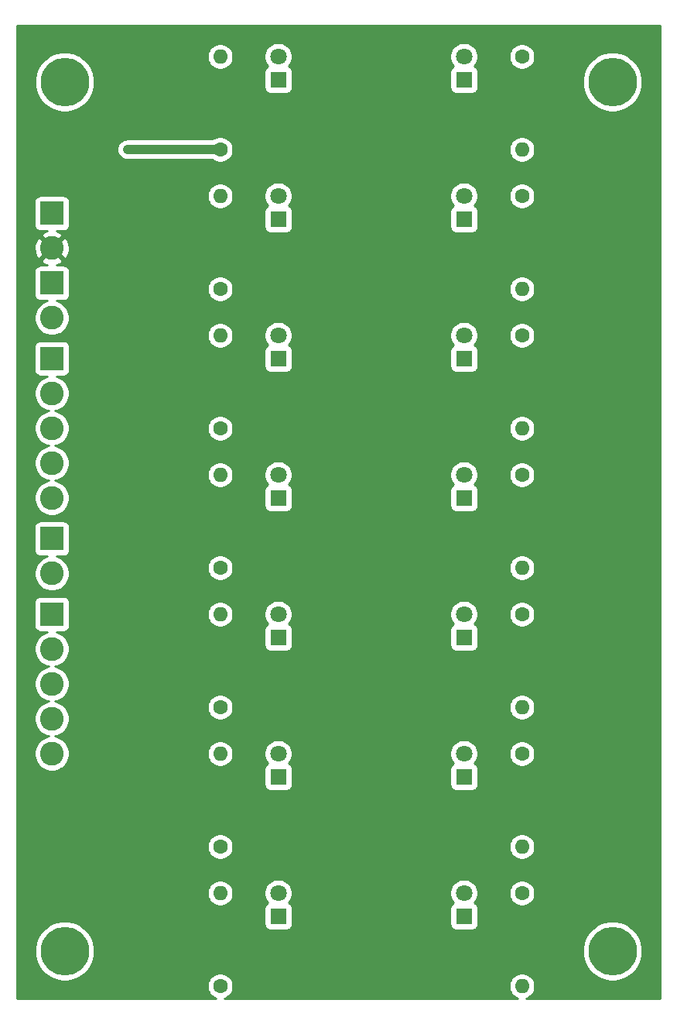
<source format=gbr>
%TF.GenerationSoftware,KiCad,Pcbnew,(5.1.6)-1*%
%TF.CreationDate,2020-07-19T07:57:48-07:00*%
%TF.ProjectId,BPEM488 Output LEDs,4250454d-3438-4382-904f-757470757420,rev?*%
%TF.SameCoordinates,Original*%
%TF.FileFunction,Copper,L2,Bot*%
%TF.FilePolarity,Positive*%
%FSLAX46Y46*%
G04 Gerber Fmt 4.6, Leading zero omitted, Abs format (unit mm)*
G04 Created by KiCad (PCBNEW (5.1.6)-1) date 2020-07-19 07:57:48*
%MOMM*%
%LPD*%
G01*
G04 APERTURE LIST*
%TA.AperFunction,ViaPad*%
%ADD10C,5.300000*%
%TD*%
%TA.AperFunction,ComponentPad*%
%ADD11R,1.800000X1.800000*%
%TD*%
%TA.AperFunction,ComponentPad*%
%ADD12C,1.800000*%
%TD*%
%TA.AperFunction,ComponentPad*%
%ADD13C,2.600000*%
%TD*%
%TA.AperFunction,ComponentPad*%
%ADD14R,2.600000X2.600000*%
%TD*%
%TA.AperFunction,ComponentPad*%
%ADD15O,1.600000X1.600000*%
%TD*%
%TA.AperFunction,ComponentPad*%
%ADD16C,1.600000*%
%TD*%
%TA.AperFunction,ViaPad*%
%ADD17C,0.800000*%
%TD*%
%TA.AperFunction,Conductor*%
%ADD18C,1.000000*%
%TD*%
%TA.AperFunction,Conductor*%
%ADD19C,0.254000*%
%TD*%
G04 APERTURE END LIST*
D10*
%TO.N,*%
%TO.C,REF\u002A\u002A*%
X90678000Y-144018000D03*
%TD*%
%TO.N,*%
%TO.C,REF\u002A\u002A*%
X150622000Y-144018000D03*
%TD*%
%TO.N,*%
%TO.C,REF\u002A\u002A*%
X90678000Y-49022000D03*
%TD*%
%TO.N,*%
%TO.C,REF\u002A\u002A*%
X150622000Y-49022000D03*
%TD*%
D11*
%TO.P,D1,1*%
%TO.N,Net-(D1-Pad1)*%
X114046000Y-48768000D03*
D12*
%TO.P,D1,2*%
%TO.N,Net-(D1-Pad2)*%
X114046000Y-46228000D03*
%TD*%
%TO.P,D2,2*%
%TO.N,Net-(D2-Pad2)*%
X114046000Y-61468000D03*
D11*
%TO.P,D2,1*%
%TO.N,Net-(D2-Pad1)*%
X114046000Y-64008000D03*
%TD*%
D12*
%TO.P,D3,2*%
%TO.N,Net-(D3-Pad2)*%
X114046000Y-76708000D03*
D11*
%TO.P,D3,1*%
%TO.N,Net-(D3-Pad1)*%
X114046000Y-79248000D03*
%TD*%
D12*
%TO.P,D4,2*%
%TO.N,Net-(D4-Pad2)*%
X114046000Y-91948000D03*
D11*
%TO.P,D4,1*%
%TO.N,Net-(D4-Pad1)*%
X114046000Y-94488000D03*
%TD*%
D12*
%TO.P,D5,2*%
%TO.N,Net-(D5-Pad2)*%
X114046000Y-107188000D03*
D11*
%TO.P,D5,1*%
%TO.N,Net-(D5-Pad1)*%
X114046000Y-109728000D03*
%TD*%
%TO.P,D6,1*%
%TO.N,Net-(D6-Pad1)*%
X114046000Y-124968000D03*
D12*
%TO.P,D6,2*%
%TO.N,Net-(D6-Pad2)*%
X114046000Y-122428000D03*
%TD*%
D11*
%TO.P,D7,1*%
%TO.N,Net-(D7-Pad1)*%
X114046000Y-140208000D03*
D12*
%TO.P,D7,2*%
%TO.N,Net-(D7-Pad2)*%
X114046000Y-137668000D03*
%TD*%
D11*
%TO.P,D8,1*%
%TO.N,/HET*%
X134366000Y-48768000D03*
D12*
%TO.P,D8,2*%
%TO.N,Net-(D8-Pad2)*%
X134366000Y-46228000D03*
%TD*%
D11*
%TO.P,D9,1*%
%TO.N,/LFP*%
X134366000Y-64008000D03*
D12*
%TO.P,D9,2*%
%TO.N,Net-(D9-Pad2)*%
X134366000Y-61468000D03*
%TD*%
%TO.P,D10,2*%
%TO.N,Net-(D10-Pad2)*%
X134366000Y-76708000D03*
D11*
%TO.P,D10,1*%
%TO.N,/HFP*%
X134366000Y-79248000D03*
%TD*%
D12*
%TO.P,D11,2*%
%TO.N,Net-(D11-Pad2)*%
X134366000Y-91948000D03*
D11*
%TO.P,D11,1*%
%TO.N,/HEGT*%
X134366000Y-94488000D03*
%TD*%
%TO.P,D12,1*%
%TO.N,/HFT*%
X134366000Y-109728000D03*
D12*
%TO.P,D12,2*%
%TO.N,Net-(D12-Pad2)*%
X134366000Y-107188000D03*
%TD*%
%TO.P,D13,2*%
%TO.N,Net-(D13-Pad2)*%
X134366000Y-122428000D03*
D11*
%TO.P,D13,1*%
%TO.N,/HOT*%
X134366000Y-124968000D03*
%TD*%
%TO.P,D14,1*%
%TO.N,/LOP*%
X134366000Y-140208000D03*
D12*
%TO.P,D14,2*%
%TO.N,Net-(D14-Pad2)*%
X134366000Y-137668000D03*
%TD*%
D13*
%TO.P,J1,2*%
%TO.N,/HET*%
X89281000Y-74803000D03*
D14*
%TO.P,J1,1*%
%TO.N,Net-(D1-Pad1)*%
X89281000Y-70993000D03*
%TD*%
%TO.P,J2,1*%
%TO.N,Net-(D2-Pad1)*%
X89281000Y-79248000D03*
D13*
%TO.P,J2,5*%
%TO.N,Net-(D4-Pad1)*%
X89281000Y-94488000D03*
%TO.P,J2,4*%
%TO.N,/HFP*%
X89281000Y-90678000D03*
%TO.P,J2,2*%
%TO.N,/LFP*%
X89281000Y-83058000D03*
%TO.P,J2,3*%
%TO.N,Net-(D3-Pad1)*%
X89281000Y-86868000D03*
%TD*%
D14*
%TO.P,J3,1*%
%TO.N,/HEGT*%
X89281000Y-98933000D03*
D13*
%TO.P,J3,2*%
%TO.N,Net-(D5-Pad1)*%
X89281000Y-102743000D03*
%TD*%
%TO.P,J4,3*%
%TO.N,/HOT*%
X89281000Y-114808000D03*
%TO.P,J4,2*%
%TO.N,Net-(D6-Pad1)*%
X89281000Y-110998000D03*
%TO.P,J4,4*%
%TO.N,Net-(D7-Pad1)*%
X89281000Y-118618000D03*
%TO.P,J4,5*%
%TO.N,/LOP*%
X89281000Y-122428000D03*
D14*
%TO.P,J4,1*%
%TO.N,/HFT*%
X89281000Y-107188000D03*
%TD*%
D13*
%TO.P,J5,2*%
%TO.N,GND*%
X89281000Y-67183000D03*
D14*
%TO.P,J5,1*%
%TO.N,+12V*%
X89281000Y-63373000D03*
%TD*%
D15*
%TO.P,R1,2*%
%TO.N,Net-(D1-Pad2)*%
X107696000Y-46228000D03*
D16*
%TO.P,R1,1*%
%TO.N,+12V*%
X107696000Y-56388000D03*
%TD*%
%TO.P,R2,1*%
%TO.N,+12V*%
X107696000Y-71628000D03*
D15*
%TO.P,R2,2*%
%TO.N,Net-(D2-Pad2)*%
X107696000Y-61468000D03*
%TD*%
%TO.P,R3,2*%
%TO.N,Net-(D3-Pad2)*%
X107696000Y-76708000D03*
D16*
%TO.P,R3,1*%
%TO.N,+12V*%
X107696000Y-86868000D03*
%TD*%
%TO.P,R4,1*%
%TO.N,+12V*%
X107696000Y-102108000D03*
D15*
%TO.P,R4,2*%
%TO.N,Net-(D4-Pad2)*%
X107696000Y-91948000D03*
%TD*%
%TO.P,R5,2*%
%TO.N,Net-(D5-Pad2)*%
X107696000Y-107188000D03*
D16*
%TO.P,R5,1*%
%TO.N,+12V*%
X107696000Y-117348000D03*
%TD*%
%TO.P,R6,1*%
%TO.N,+12V*%
X107696000Y-132588000D03*
D15*
%TO.P,R6,2*%
%TO.N,Net-(D6-Pad2)*%
X107696000Y-122428000D03*
%TD*%
%TO.P,R7,2*%
%TO.N,Net-(D7-Pad2)*%
X107696000Y-137668000D03*
D16*
%TO.P,R7,1*%
%TO.N,+12V*%
X107696000Y-147828000D03*
%TD*%
%TO.P,R8,1*%
%TO.N,Net-(D8-Pad2)*%
X140716000Y-46228000D03*
D15*
%TO.P,R8,2*%
%TO.N,+12V*%
X140716000Y-56388000D03*
%TD*%
%TO.P,R9,2*%
%TO.N,+12V*%
X140716000Y-71628000D03*
D16*
%TO.P,R9,1*%
%TO.N,Net-(D9-Pad2)*%
X140716000Y-61468000D03*
%TD*%
%TO.P,R10,1*%
%TO.N,Net-(D10-Pad2)*%
X140716000Y-76708000D03*
D15*
%TO.P,R10,2*%
%TO.N,+12V*%
X140716000Y-86868000D03*
%TD*%
%TO.P,R11,2*%
%TO.N,+12V*%
X140716000Y-102108000D03*
D16*
%TO.P,R11,1*%
%TO.N,Net-(D11-Pad2)*%
X140716000Y-91948000D03*
%TD*%
%TO.P,R12,1*%
%TO.N,Net-(D12-Pad2)*%
X140716000Y-107188000D03*
D15*
%TO.P,R12,2*%
%TO.N,+12V*%
X140716000Y-117348000D03*
%TD*%
D16*
%TO.P,R13,1*%
%TO.N,Net-(D13-Pad2)*%
X140716000Y-122428000D03*
D15*
%TO.P,R13,2*%
%TO.N,+12V*%
X140716000Y-132588000D03*
%TD*%
%TO.P,R14,2*%
%TO.N,+12V*%
X140716000Y-147828000D03*
D16*
%TO.P,R14,1*%
%TO.N,Net-(D14-Pad2)*%
X140716000Y-137668000D03*
%TD*%
D17*
%TO.N,GND*%
X110744000Y-141478000D03*
X110744000Y-138938000D03*
X94234000Y-120650000D03*
X91948000Y-116586000D03*
X92202000Y-113030000D03*
X92202000Y-109220000D03*
X110490000Y-110998000D03*
X110490000Y-93218000D03*
X91948000Y-88900000D03*
X91948000Y-81280000D03*
X92202000Y-72898000D03*
X110490000Y-62738000D03*
X98298000Y-64262000D03*
X110744000Y-80518000D03*
X110744000Y-77978000D03*
X110744000Y-123698000D03*
X110490000Y-126238000D03*
X110490000Y-65278000D03*
X110490000Y-50038000D03*
X110744000Y-47498000D03*
%TO.N,+12V*%
X97536000Y-56388000D03*
%TD*%
D18*
%TO.N,+12V*%
X97536000Y-56388000D02*
X107696000Y-56388000D01*
%TD*%
D19*
%TO.N,GND*%
G36*
X155804001Y-149200000D02*
G01*
X141153533Y-149200000D01*
X141395727Y-149099680D01*
X141630759Y-148942637D01*
X141830637Y-148742759D01*
X141987680Y-148507727D01*
X142095853Y-148246574D01*
X142151000Y-147969335D01*
X142151000Y-147686665D01*
X142095853Y-147409426D01*
X141987680Y-147148273D01*
X141830637Y-146913241D01*
X141630759Y-146713363D01*
X141395727Y-146556320D01*
X141134574Y-146448147D01*
X140857335Y-146393000D01*
X140574665Y-146393000D01*
X140297426Y-146448147D01*
X140036273Y-146556320D01*
X139801241Y-146713363D01*
X139601363Y-146913241D01*
X139444320Y-147148273D01*
X139336147Y-147409426D01*
X139281000Y-147686665D01*
X139281000Y-147969335D01*
X139336147Y-148246574D01*
X139444320Y-148507727D01*
X139601363Y-148742759D01*
X139801241Y-148942637D01*
X140036273Y-149099680D01*
X140278467Y-149200000D01*
X108133533Y-149200000D01*
X108375727Y-149099680D01*
X108610759Y-148942637D01*
X108810637Y-148742759D01*
X108967680Y-148507727D01*
X109075853Y-148246574D01*
X109131000Y-147969335D01*
X109131000Y-147686665D01*
X109075853Y-147409426D01*
X108967680Y-147148273D01*
X108810637Y-146913241D01*
X108610759Y-146713363D01*
X108375727Y-146556320D01*
X108114574Y-146448147D01*
X107837335Y-146393000D01*
X107554665Y-146393000D01*
X107277426Y-146448147D01*
X107016273Y-146556320D01*
X106781241Y-146713363D01*
X106581363Y-146913241D01*
X106424320Y-147148273D01*
X106316147Y-147409426D01*
X106261000Y-147686665D01*
X106261000Y-147969335D01*
X106316147Y-148246574D01*
X106424320Y-148507727D01*
X106581363Y-148742759D01*
X106781241Y-148942637D01*
X107016273Y-149099680D01*
X107258467Y-149200000D01*
X85496000Y-149200000D01*
X85496000Y-143694456D01*
X87393000Y-143694456D01*
X87393000Y-144341544D01*
X87519240Y-144976199D01*
X87766871Y-145574031D01*
X88126374Y-146112066D01*
X88583934Y-146569626D01*
X89121969Y-146929129D01*
X89719801Y-147176760D01*
X90354456Y-147303000D01*
X91001544Y-147303000D01*
X91636199Y-147176760D01*
X92234031Y-146929129D01*
X92772066Y-146569626D01*
X93229626Y-146112066D01*
X93589129Y-145574031D01*
X93836760Y-144976199D01*
X93963000Y-144341544D01*
X93963000Y-143694456D01*
X147337000Y-143694456D01*
X147337000Y-144341544D01*
X147463240Y-144976199D01*
X147710871Y-145574031D01*
X148070374Y-146112066D01*
X148527934Y-146569626D01*
X149065969Y-146929129D01*
X149663801Y-147176760D01*
X150298456Y-147303000D01*
X150945544Y-147303000D01*
X151580199Y-147176760D01*
X152178031Y-146929129D01*
X152716066Y-146569626D01*
X153173626Y-146112066D01*
X153533129Y-145574031D01*
X153780760Y-144976199D01*
X153907000Y-144341544D01*
X153907000Y-143694456D01*
X153780760Y-143059801D01*
X153533129Y-142461969D01*
X153173626Y-141923934D01*
X152716066Y-141466374D01*
X152178031Y-141106871D01*
X151580199Y-140859240D01*
X150945544Y-140733000D01*
X150298456Y-140733000D01*
X149663801Y-140859240D01*
X149065969Y-141106871D01*
X148527934Y-141466374D01*
X148070374Y-141923934D01*
X147710871Y-142461969D01*
X147463240Y-143059801D01*
X147337000Y-143694456D01*
X93963000Y-143694456D01*
X93836760Y-143059801D01*
X93589129Y-142461969D01*
X93229626Y-141923934D01*
X92772066Y-141466374D01*
X92234031Y-141106871D01*
X91636199Y-140859240D01*
X91001544Y-140733000D01*
X90354456Y-140733000D01*
X89719801Y-140859240D01*
X89121969Y-141106871D01*
X88583934Y-141466374D01*
X88126374Y-141923934D01*
X87766871Y-142461969D01*
X87519240Y-143059801D01*
X87393000Y-143694456D01*
X85496000Y-143694456D01*
X85496000Y-139308000D01*
X112507928Y-139308000D01*
X112507928Y-141108000D01*
X112520188Y-141232482D01*
X112556498Y-141352180D01*
X112615463Y-141462494D01*
X112694815Y-141559185D01*
X112791506Y-141638537D01*
X112901820Y-141697502D01*
X113021518Y-141733812D01*
X113146000Y-141746072D01*
X114946000Y-141746072D01*
X115070482Y-141733812D01*
X115190180Y-141697502D01*
X115300494Y-141638537D01*
X115397185Y-141559185D01*
X115476537Y-141462494D01*
X115535502Y-141352180D01*
X115571812Y-141232482D01*
X115584072Y-141108000D01*
X115584072Y-139308000D01*
X132827928Y-139308000D01*
X132827928Y-141108000D01*
X132840188Y-141232482D01*
X132876498Y-141352180D01*
X132935463Y-141462494D01*
X133014815Y-141559185D01*
X133111506Y-141638537D01*
X133221820Y-141697502D01*
X133341518Y-141733812D01*
X133466000Y-141746072D01*
X135266000Y-141746072D01*
X135390482Y-141733812D01*
X135510180Y-141697502D01*
X135620494Y-141638537D01*
X135717185Y-141559185D01*
X135796537Y-141462494D01*
X135855502Y-141352180D01*
X135891812Y-141232482D01*
X135904072Y-141108000D01*
X135904072Y-139308000D01*
X135891812Y-139183518D01*
X135855502Y-139063820D01*
X135796537Y-138953506D01*
X135717185Y-138856815D01*
X135620494Y-138777463D01*
X135510180Y-138718498D01*
X135491873Y-138712944D01*
X135558312Y-138646505D01*
X135726299Y-138395095D01*
X135842011Y-138115743D01*
X135901000Y-137819184D01*
X135901000Y-137526665D01*
X139281000Y-137526665D01*
X139281000Y-137809335D01*
X139336147Y-138086574D01*
X139444320Y-138347727D01*
X139601363Y-138582759D01*
X139801241Y-138782637D01*
X140036273Y-138939680D01*
X140297426Y-139047853D01*
X140574665Y-139103000D01*
X140857335Y-139103000D01*
X141134574Y-139047853D01*
X141395727Y-138939680D01*
X141630759Y-138782637D01*
X141830637Y-138582759D01*
X141987680Y-138347727D01*
X142095853Y-138086574D01*
X142151000Y-137809335D01*
X142151000Y-137526665D01*
X142095853Y-137249426D01*
X141987680Y-136988273D01*
X141830637Y-136753241D01*
X141630759Y-136553363D01*
X141395727Y-136396320D01*
X141134574Y-136288147D01*
X140857335Y-136233000D01*
X140574665Y-136233000D01*
X140297426Y-136288147D01*
X140036273Y-136396320D01*
X139801241Y-136553363D01*
X139601363Y-136753241D01*
X139444320Y-136988273D01*
X139336147Y-137249426D01*
X139281000Y-137526665D01*
X135901000Y-137526665D01*
X135901000Y-137516816D01*
X135842011Y-137220257D01*
X135726299Y-136940905D01*
X135558312Y-136689495D01*
X135344505Y-136475688D01*
X135093095Y-136307701D01*
X134813743Y-136191989D01*
X134517184Y-136133000D01*
X134214816Y-136133000D01*
X133918257Y-136191989D01*
X133638905Y-136307701D01*
X133387495Y-136475688D01*
X133173688Y-136689495D01*
X133005701Y-136940905D01*
X132889989Y-137220257D01*
X132831000Y-137516816D01*
X132831000Y-137819184D01*
X132889989Y-138115743D01*
X133005701Y-138395095D01*
X133173688Y-138646505D01*
X133240127Y-138712944D01*
X133221820Y-138718498D01*
X133111506Y-138777463D01*
X133014815Y-138856815D01*
X132935463Y-138953506D01*
X132876498Y-139063820D01*
X132840188Y-139183518D01*
X132827928Y-139308000D01*
X115584072Y-139308000D01*
X115571812Y-139183518D01*
X115535502Y-139063820D01*
X115476537Y-138953506D01*
X115397185Y-138856815D01*
X115300494Y-138777463D01*
X115190180Y-138718498D01*
X115171873Y-138712944D01*
X115238312Y-138646505D01*
X115406299Y-138395095D01*
X115522011Y-138115743D01*
X115581000Y-137819184D01*
X115581000Y-137516816D01*
X115522011Y-137220257D01*
X115406299Y-136940905D01*
X115238312Y-136689495D01*
X115024505Y-136475688D01*
X114773095Y-136307701D01*
X114493743Y-136191989D01*
X114197184Y-136133000D01*
X113894816Y-136133000D01*
X113598257Y-136191989D01*
X113318905Y-136307701D01*
X113067495Y-136475688D01*
X112853688Y-136689495D01*
X112685701Y-136940905D01*
X112569989Y-137220257D01*
X112511000Y-137516816D01*
X112511000Y-137819184D01*
X112569989Y-138115743D01*
X112685701Y-138395095D01*
X112853688Y-138646505D01*
X112920127Y-138712944D01*
X112901820Y-138718498D01*
X112791506Y-138777463D01*
X112694815Y-138856815D01*
X112615463Y-138953506D01*
X112556498Y-139063820D01*
X112520188Y-139183518D01*
X112507928Y-139308000D01*
X85496000Y-139308000D01*
X85496000Y-137526665D01*
X106261000Y-137526665D01*
X106261000Y-137809335D01*
X106316147Y-138086574D01*
X106424320Y-138347727D01*
X106581363Y-138582759D01*
X106781241Y-138782637D01*
X107016273Y-138939680D01*
X107277426Y-139047853D01*
X107554665Y-139103000D01*
X107837335Y-139103000D01*
X108114574Y-139047853D01*
X108375727Y-138939680D01*
X108610759Y-138782637D01*
X108810637Y-138582759D01*
X108967680Y-138347727D01*
X109075853Y-138086574D01*
X109131000Y-137809335D01*
X109131000Y-137526665D01*
X109075853Y-137249426D01*
X108967680Y-136988273D01*
X108810637Y-136753241D01*
X108610759Y-136553363D01*
X108375727Y-136396320D01*
X108114574Y-136288147D01*
X107837335Y-136233000D01*
X107554665Y-136233000D01*
X107277426Y-136288147D01*
X107016273Y-136396320D01*
X106781241Y-136553363D01*
X106581363Y-136753241D01*
X106424320Y-136988273D01*
X106316147Y-137249426D01*
X106261000Y-137526665D01*
X85496000Y-137526665D01*
X85496000Y-132446665D01*
X106261000Y-132446665D01*
X106261000Y-132729335D01*
X106316147Y-133006574D01*
X106424320Y-133267727D01*
X106581363Y-133502759D01*
X106781241Y-133702637D01*
X107016273Y-133859680D01*
X107277426Y-133967853D01*
X107554665Y-134023000D01*
X107837335Y-134023000D01*
X108114574Y-133967853D01*
X108375727Y-133859680D01*
X108610759Y-133702637D01*
X108810637Y-133502759D01*
X108967680Y-133267727D01*
X109075853Y-133006574D01*
X109131000Y-132729335D01*
X109131000Y-132446665D01*
X139281000Y-132446665D01*
X139281000Y-132729335D01*
X139336147Y-133006574D01*
X139444320Y-133267727D01*
X139601363Y-133502759D01*
X139801241Y-133702637D01*
X140036273Y-133859680D01*
X140297426Y-133967853D01*
X140574665Y-134023000D01*
X140857335Y-134023000D01*
X141134574Y-133967853D01*
X141395727Y-133859680D01*
X141630759Y-133702637D01*
X141830637Y-133502759D01*
X141987680Y-133267727D01*
X142095853Y-133006574D01*
X142151000Y-132729335D01*
X142151000Y-132446665D01*
X142095853Y-132169426D01*
X141987680Y-131908273D01*
X141830637Y-131673241D01*
X141630759Y-131473363D01*
X141395727Y-131316320D01*
X141134574Y-131208147D01*
X140857335Y-131153000D01*
X140574665Y-131153000D01*
X140297426Y-131208147D01*
X140036273Y-131316320D01*
X139801241Y-131473363D01*
X139601363Y-131673241D01*
X139444320Y-131908273D01*
X139336147Y-132169426D01*
X139281000Y-132446665D01*
X109131000Y-132446665D01*
X109075853Y-132169426D01*
X108967680Y-131908273D01*
X108810637Y-131673241D01*
X108610759Y-131473363D01*
X108375727Y-131316320D01*
X108114574Y-131208147D01*
X107837335Y-131153000D01*
X107554665Y-131153000D01*
X107277426Y-131208147D01*
X107016273Y-131316320D01*
X106781241Y-131473363D01*
X106581363Y-131673241D01*
X106424320Y-131908273D01*
X106316147Y-132169426D01*
X106261000Y-132446665D01*
X85496000Y-132446665D01*
X85496000Y-105888000D01*
X87342928Y-105888000D01*
X87342928Y-108488000D01*
X87355188Y-108612482D01*
X87391498Y-108732180D01*
X87450463Y-108842494D01*
X87529815Y-108939185D01*
X87626506Y-109018537D01*
X87736820Y-109077502D01*
X87856518Y-109113812D01*
X87981000Y-109126072D01*
X88773335Y-109126072D01*
X88716581Y-109137361D01*
X88364434Y-109283225D01*
X88047509Y-109494987D01*
X87777987Y-109764509D01*
X87566225Y-110081434D01*
X87420361Y-110433581D01*
X87346000Y-110807419D01*
X87346000Y-111188581D01*
X87420361Y-111562419D01*
X87566225Y-111914566D01*
X87777987Y-112231491D01*
X88047509Y-112501013D01*
X88364434Y-112712775D01*
X88716581Y-112858639D01*
X88939599Y-112903000D01*
X88716581Y-112947361D01*
X88364434Y-113093225D01*
X88047509Y-113304987D01*
X87777987Y-113574509D01*
X87566225Y-113891434D01*
X87420361Y-114243581D01*
X87346000Y-114617419D01*
X87346000Y-114998581D01*
X87420361Y-115372419D01*
X87566225Y-115724566D01*
X87777987Y-116041491D01*
X88047509Y-116311013D01*
X88364434Y-116522775D01*
X88716581Y-116668639D01*
X88939599Y-116713000D01*
X88716581Y-116757361D01*
X88364434Y-116903225D01*
X88047509Y-117114987D01*
X87777987Y-117384509D01*
X87566225Y-117701434D01*
X87420361Y-118053581D01*
X87346000Y-118427419D01*
X87346000Y-118808581D01*
X87420361Y-119182419D01*
X87566225Y-119534566D01*
X87777987Y-119851491D01*
X88047509Y-120121013D01*
X88364434Y-120332775D01*
X88716581Y-120478639D01*
X88939599Y-120523000D01*
X88716581Y-120567361D01*
X88364434Y-120713225D01*
X88047509Y-120924987D01*
X87777987Y-121194509D01*
X87566225Y-121511434D01*
X87420361Y-121863581D01*
X87346000Y-122237419D01*
X87346000Y-122618581D01*
X87420361Y-122992419D01*
X87566225Y-123344566D01*
X87777987Y-123661491D01*
X88047509Y-123931013D01*
X88364434Y-124142775D01*
X88716581Y-124288639D01*
X89090419Y-124363000D01*
X89471581Y-124363000D01*
X89845419Y-124288639D01*
X90197566Y-124142775D01*
X90309474Y-124068000D01*
X112507928Y-124068000D01*
X112507928Y-125868000D01*
X112520188Y-125992482D01*
X112556498Y-126112180D01*
X112615463Y-126222494D01*
X112694815Y-126319185D01*
X112791506Y-126398537D01*
X112901820Y-126457502D01*
X113021518Y-126493812D01*
X113146000Y-126506072D01*
X114946000Y-126506072D01*
X115070482Y-126493812D01*
X115190180Y-126457502D01*
X115300494Y-126398537D01*
X115397185Y-126319185D01*
X115476537Y-126222494D01*
X115535502Y-126112180D01*
X115571812Y-125992482D01*
X115584072Y-125868000D01*
X115584072Y-124068000D01*
X132827928Y-124068000D01*
X132827928Y-125868000D01*
X132840188Y-125992482D01*
X132876498Y-126112180D01*
X132935463Y-126222494D01*
X133014815Y-126319185D01*
X133111506Y-126398537D01*
X133221820Y-126457502D01*
X133341518Y-126493812D01*
X133466000Y-126506072D01*
X135266000Y-126506072D01*
X135390482Y-126493812D01*
X135510180Y-126457502D01*
X135620494Y-126398537D01*
X135717185Y-126319185D01*
X135796537Y-126222494D01*
X135855502Y-126112180D01*
X135891812Y-125992482D01*
X135904072Y-125868000D01*
X135904072Y-124068000D01*
X135891812Y-123943518D01*
X135855502Y-123823820D01*
X135796537Y-123713506D01*
X135717185Y-123616815D01*
X135620494Y-123537463D01*
X135510180Y-123478498D01*
X135491873Y-123472944D01*
X135558312Y-123406505D01*
X135726299Y-123155095D01*
X135842011Y-122875743D01*
X135901000Y-122579184D01*
X135901000Y-122286665D01*
X139281000Y-122286665D01*
X139281000Y-122569335D01*
X139336147Y-122846574D01*
X139444320Y-123107727D01*
X139601363Y-123342759D01*
X139801241Y-123542637D01*
X140036273Y-123699680D01*
X140297426Y-123807853D01*
X140574665Y-123863000D01*
X140857335Y-123863000D01*
X141134574Y-123807853D01*
X141395727Y-123699680D01*
X141630759Y-123542637D01*
X141830637Y-123342759D01*
X141987680Y-123107727D01*
X142095853Y-122846574D01*
X142151000Y-122569335D01*
X142151000Y-122286665D01*
X142095853Y-122009426D01*
X141987680Y-121748273D01*
X141830637Y-121513241D01*
X141630759Y-121313363D01*
X141395727Y-121156320D01*
X141134574Y-121048147D01*
X140857335Y-120993000D01*
X140574665Y-120993000D01*
X140297426Y-121048147D01*
X140036273Y-121156320D01*
X139801241Y-121313363D01*
X139601363Y-121513241D01*
X139444320Y-121748273D01*
X139336147Y-122009426D01*
X139281000Y-122286665D01*
X135901000Y-122286665D01*
X135901000Y-122276816D01*
X135842011Y-121980257D01*
X135726299Y-121700905D01*
X135558312Y-121449495D01*
X135344505Y-121235688D01*
X135093095Y-121067701D01*
X134813743Y-120951989D01*
X134517184Y-120893000D01*
X134214816Y-120893000D01*
X133918257Y-120951989D01*
X133638905Y-121067701D01*
X133387495Y-121235688D01*
X133173688Y-121449495D01*
X133005701Y-121700905D01*
X132889989Y-121980257D01*
X132831000Y-122276816D01*
X132831000Y-122579184D01*
X132889989Y-122875743D01*
X133005701Y-123155095D01*
X133173688Y-123406505D01*
X133240127Y-123472944D01*
X133221820Y-123478498D01*
X133111506Y-123537463D01*
X133014815Y-123616815D01*
X132935463Y-123713506D01*
X132876498Y-123823820D01*
X132840188Y-123943518D01*
X132827928Y-124068000D01*
X115584072Y-124068000D01*
X115571812Y-123943518D01*
X115535502Y-123823820D01*
X115476537Y-123713506D01*
X115397185Y-123616815D01*
X115300494Y-123537463D01*
X115190180Y-123478498D01*
X115171873Y-123472944D01*
X115238312Y-123406505D01*
X115406299Y-123155095D01*
X115522011Y-122875743D01*
X115581000Y-122579184D01*
X115581000Y-122276816D01*
X115522011Y-121980257D01*
X115406299Y-121700905D01*
X115238312Y-121449495D01*
X115024505Y-121235688D01*
X114773095Y-121067701D01*
X114493743Y-120951989D01*
X114197184Y-120893000D01*
X113894816Y-120893000D01*
X113598257Y-120951989D01*
X113318905Y-121067701D01*
X113067495Y-121235688D01*
X112853688Y-121449495D01*
X112685701Y-121700905D01*
X112569989Y-121980257D01*
X112511000Y-122276816D01*
X112511000Y-122579184D01*
X112569989Y-122875743D01*
X112685701Y-123155095D01*
X112853688Y-123406505D01*
X112920127Y-123472944D01*
X112901820Y-123478498D01*
X112791506Y-123537463D01*
X112694815Y-123616815D01*
X112615463Y-123713506D01*
X112556498Y-123823820D01*
X112520188Y-123943518D01*
X112507928Y-124068000D01*
X90309474Y-124068000D01*
X90514491Y-123931013D01*
X90784013Y-123661491D01*
X90995775Y-123344566D01*
X91141639Y-122992419D01*
X91216000Y-122618581D01*
X91216000Y-122286665D01*
X106261000Y-122286665D01*
X106261000Y-122569335D01*
X106316147Y-122846574D01*
X106424320Y-123107727D01*
X106581363Y-123342759D01*
X106781241Y-123542637D01*
X107016273Y-123699680D01*
X107277426Y-123807853D01*
X107554665Y-123863000D01*
X107837335Y-123863000D01*
X108114574Y-123807853D01*
X108375727Y-123699680D01*
X108610759Y-123542637D01*
X108810637Y-123342759D01*
X108967680Y-123107727D01*
X109075853Y-122846574D01*
X109131000Y-122569335D01*
X109131000Y-122286665D01*
X109075853Y-122009426D01*
X108967680Y-121748273D01*
X108810637Y-121513241D01*
X108610759Y-121313363D01*
X108375727Y-121156320D01*
X108114574Y-121048147D01*
X107837335Y-120993000D01*
X107554665Y-120993000D01*
X107277426Y-121048147D01*
X107016273Y-121156320D01*
X106781241Y-121313363D01*
X106581363Y-121513241D01*
X106424320Y-121748273D01*
X106316147Y-122009426D01*
X106261000Y-122286665D01*
X91216000Y-122286665D01*
X91216000Y-122237419D01*
X91141639Y-121863581D01*
X90995775Y-121511434D01*
X90784013Y-121194509D01*
X90514491Y-120924987D01*
X90197566Y-120713225D01*
X89845419Y-120567361D01*
X89622401Y-120523000D01*
X89845419Y-120478639D01*
X90197566Y-120332775D01*
X90514491Y-120121013D01*
X90784013Y-119851491D01*
X90995775Y-119534566D01*
X91141639Y-119182419D01*
X91216000Y-118808581D01*
X91216000Y-118427419D01*
X91141639Y-118053581D01*
X90995775Y-117701434D01*
X90784013Y-117384509D01*
X90606169Y-117206665D01*
X106261000Y-117206665D01*
X106261000Y-117489335D01*
X106316147Y-117766574D01*
X106424320Y-118027727D01*
X106581363Y-118262759D01*
X106781241Y-118462637D01*
X107016273Y-118619680D01*
X107277426Y-118727853D01*
X107554665Y-118783000D01*
X107837335Y-118783000D01*
X108114574Y-118727853D01*
X108375727Y-118619680D01*
X108610759Y-118462637D01*
X108810637Y-118262759D01*
X108967680Y-118027727D01*
X109075853Y-117766574D01*
X109131000Y-117489335D01*
X109131000Y-117206665D01*
X139281000Y-117206665D01*
X139281000Y-117489335D01*
X139336147Y-117766574D01*
X139444320Y-118027727D01*
X139601363Y-118262759D01*
X139801241Y-118462637D01*
X140036273Y-118619680D01*
X140297426Y-118727853D01*
X140574665Y-118783000D01*
X140857335Y-118783000D01*
X141134574Y-118727853D01*
X141395727Y-118619680D01*
X141630759Y-118462637D01*
X141830637Y-118262759D01*
X141987680Y-118027727D01*
X142095853Y-117766574D01*
X142151000Y-117489335D01*
X142151000Y-117206665D01*
X142095853Y-116929426D01*
X141987680Y-116668273D01*
X141830637Y-116433241D01*
X141630759Y-116233363D01*
X141395727Y-116076320D01*
X141134574Y-115968147D01*
X140857335Y-115913000D01*
X140574665Y-115913000D01*
X140297426Y-115968147D01*
X140036273Y-116076320D01*
X139801241Y-116233363D01*
X139601363Y-116433241D01*
X139444320Y-116668273D01*
X139336147Y-116929426D01*
X139281000Y-117206665D01*
X109131000Y-117206665D01*
X109075853Y-116929426D01*
X108967680Y-116668273D01*
X108810637Y-116433241D01*
X108610759Y-116233363D01*
X108375727Y-116076320D01*
X108114574Y-115968147D01*
X107837335Y-115913000D01*
X107554665Y-115913000D01*
X107277426Y-115968147D01*
X107016273Y-116076320D01*
X106781241Y-116233363D01*
X106581363Y-116433241D01*
X106424320Y-116668273D01*
X106316147Y-116929426D01*
X106261000Y-117206665D01*
X90606169Y-117206665D01*
X90514491Y-117114987D01*
X90197566Y-116903225D01*
X89845419Y-116757361D01*
X89622401Y-116713000D01*
X89845419Y-116668639D01*
X90197566Y-116522775D01*
X90514491Y-116311013D01*
X90784013Y-116041491D01*
X90995775Y-115724566D01*
X91141639Y-115372419D01*
X91216000Y-114998581D01*
X91216000Y-114617419D01*
X91141639Y-114243581D01*
X90995775Y-113891434D01*
X90784013Y-113574509D01*
X90514491Y-113304987D01*
X90197566Y-113093225D01*
X89845419Y-112947361D01*
X89622401Y-112903000D01*
X89845419Y-112858639D01*
X90197566Y-112712775D01*
X90514491Y-112501013D01*
X90784013Y-112231491D01*
X90995775Y-111914566D01*
X91141639Y-111562419D01*
X91216000Y-111188581D01*
X91216000Y-110807419D01*
X91141639Y-110433581D01*
X90995775Y-110081434D01*
X90784013Y-109764509D01*
X90514491Y-109494987D01*
X90197566Y-109283225D01*
X89845419Y-109137361D01*
X89788665Y-109126072D01*
X90581000Y-109126072D01*
X90705482Y-109113812D01*
X90825180Y-109077502D01*
X90935494Y-109018537D01*
X91032185Y-108939185D01*
X91111537Y-108842494D01*
X91119284Y-108828000D01*
X112507928Y-108828000D01*
X112507928Y-110628000D01*
X112520188Y-110752482D01*
X112556498Y-110872180D01*
X112615463Y-110982494D01*
X112694815Y-111079185D01*
X112791506Y-111158537D01*
X112901820Y-111217502D01*
X113021518Y-111253812D01*
X113146000Y-111266072D01*
X114946000Y-111266072D01*
X115070482Y-111253812D01*
X115190180Y-111217502D01*
X115300494Y-111158537D01*
X115397185Y-111079185D01*
X115476537Y-110982494D01*
X115535502Y-110872180D01*
X115571812Y-110752482D01*
X115584072Y-110628000D01*
X115584072Y-108828000D01*
X132827928Y-108828000D01*
X132827928Y-110628000D01*
X132840188Y-110752482D01*
X132876498Y-110872180D01*
X132935463Y-110982494D01*
X133014815Y-111079185D01*
X133111506Y-111158537D01*
X133221820Y-111217502D01*
X133341518Y-111253812D01*
X133466000Y-111266072D01*
X135266000Y-111266072D01*
X135390482Y-111253812D01*
X135510180Y-111217502D01*
X135620494Y-111158537D01*
X135717185Y-111079185D01*
X135796537Y-110982494D01*
X135855502Y-110872180D01*
X135891812Y-110752482D01*
X135904072Y-110628000D01*
X135904072Y-108828000D01*
X135891812Y-108703518D01*
X135855502Y-108583820D01*
X135796537Y-108473506D01*
X135717185Y-108376815D01*
X135620494Y-108297463D01*
X135510180Y-108238498D01*
X135491873Y-108232944D01*
X135558312Y-108166505D01*
X135726299Y-107915095D01*
X135842011Y-107635743D01*
X135901000Y-107339184D01*
X135901000Y-107046665D01*
X139281000Y-107046665D01*
X139281000Y-107329335D01*
X139336147Y-107606574D01*
X139444320Y-107867727D01*
X139601363Y-108102759D01*
X139801241Y-108302637D01*
X140036273Y-108459680D01*
X140297426Y-108567853D01*
X140574665Y-108623000D01*
X140857335Y-108623000D01*
X141134574Y-108567853D01*
X141395727Y-108459680D01*
X141630759Y-108302637D01*
X141830637Y-108102759D01*
X141987680Y-107867727D01*
X142095853Y-107606574D01*
X142151000Y-107329335D01*
X142151000Y-107046665D01*
X142095853Y-106769426D01*
X141987680Y-106508273D01*
X141830637Y-106273241D01*
X141630759Y-106073363D01*
X141395727Y-105916320D01*
X141134574Y-105808147D01*
X140857335Y-105753000D01*
X140574665Y-105753000D01*
X140297426Y-105808147D01*
X140036273Y-105916320D01*
X139801241Y-106073363D01*
X139601363Y-106273241D01*
X139444320Y-106508273D01*
X139336147Y-106769426D01*
X139281000Y-107046665D01*
X135901000Y-107046665D01*
X135901000Y-107036816D01*
X135842011Y-106740257D01*
X135726299Y-106460905D01*
X135558312Y-106209495D01*
X135344505Y-105995688D01*
X135093095Y-105827701D01*
X134813743Y-105711989D01*
X134517184Y-105653000D01*
X134214816Y-105653000D01*
X133918257Y-105711989D01*
X133638905Y-105827701D01*
X133387495Y-105995688D01*
X133173688Y-106209495D01*
X133005701Y-106460905D01*
X132889989Y-106740257D01*
X132831000Y-107036816D01*
X132831000Y-107339184D01*
X132889989Y-107635743D01*
X133005701Y-107915095D01*
X133173688Y-108166505D01*
X133240127Y-108232944D01*
X133221820Y-108238498D01*
X133111506Y-108297463D01*
X133014815Y-108376815D01*
X132935463Y-108473506D01*
X132876498Y-108583820D01*
X132840188Y-108703518D01*
X132827928Y-108828000D01*
X115584072Y-108828000D01*
X115571812Y-108703518D01*
X115535502Y-108583820D01*
X115476537Y-108473506D01*
X115397185Y-108376815D01*
X115300494Y-108297463D01*
X115190180Y-108238498D01*
X115171873Y-108232944D01*
X115238312Y-108166505D01*
X115406299Y-107915095D01*
X115522011Y-107635743D01*
X115581000Y-107339184D01*
X115581000Y-107036816D01*
X115522011Y-106740257D01*
X115406299Y-106460905D01*
X115238312Y-106209495D01*
X115024505Y-105995688D01*
X114773095Y-105827701D01*
X114493743Y-105711989D01*
X114197184Y-105653000D01*
X113894816Y-105653000D01*
X113598257Y-105711989D01*
X113318905Y-105827701D01*
X113067495Y-105995688D01*
X112853688Y-106209495D01*
X112685701Y-106460905D01*
X112569989Y-106740257D01*
X112511000Y-107036816D01*
X112511000Y-107339184D01*
X112569989Y-107635743D01*
X112685701Y-107915095D01*
X112853688Y-108166505D01*
X112920127Y-108232944D01*
X112901820Y-108238498D01*
X112791506Y-108297463D01*
X112694815Y-108376815D01*
X112615463Y-108473506D01*
X112556498Y-108583820D01*
X112520188Y-108703518D01*
X112507928Y-108828000D01*
X91119284Y-108828000D01*
X91170502Y-108732180D01*
X91206812Y-108612482D01*
X91219072Y-108488000D01*
X91219072Y-107046665D01*
X106261000Y-107046665D01*
X106261000Y-107329335D01*
X106316147Y-107606574D01*
X106424320Y-107867727D01*
X106581363Y-108102759D01*
X106781241Y-108302637D01*
X107016273Y-108459680D01*
X107277426Y-108567853D01*
X107554665Y-108623000D01*
X107837335Y-108623000D01*
X108114574Y-108567853D01*
X108375727Y-108459680D01*
X108610759Y-108302637D01*
X108810637Y-108102759D01*
X108967680Y-107867727D01*
X109075853Y-107606574D01*
X109131000Y-107329335D01*
X109131000Y-107046665D01*
X109075853Y-106769426D01*
X108967680Y-106508273D01*
X108810637Y-106273241D01*
X108610759Y-106073363D01*
X108375727Y-105916320D01*
X108114574Y-105808147D01*
X107837335Y-105753000D01*
X107554665Y-105753000D01*
X107277426Y-105808147D01*
X107016273Y-105916320D01*
X106781241Y-106073363D01*
X106581363Y-106273241D01*
X106424320Y-106508273D01*
X106316147Y-106769426D01*
X106261000Y-107046665D01*
X91219072Y-107046665D01*
X91219072Y-105888000D01*
X91206812Y-105763518D01*
X91170502Y-105643820D01*
X91111537Y-105533506D01*
X91032185Y-105436815D01*
X90935494Y-105357463D01*
X90825180Y-105298498D01*
X90705482Y-105262188D01*
X90581000Y-105249928D01*
X87981000Y-105249928D01*
X87856518Y-105262188D01*
X87736820Y-105298498D01*
X87626506Y-105357463D01*
X87529815Y-105436815D01*
X87450463Y-105533506D01*
X87391498Y-105643820D01*
X87355188Y-105763518D01*
X87342928Y-105888000D01*
X85496000Y-105888000D01*
X85496000Y-97633000D01*
X87342928Y-97633000D01*
X87342928Y-100233000D01*
X87355188Y-100357482D01*
X87391498Y-100477180D01*
X87450463Y-100587494D01*
X87529815Y-100684185D01*
X87626506Y-100763537D01*
X87736820Y-100822502D01*
X87856518Y-100858812D01*
X87981000Y-100871072D01*
X88773335Y-100871072D01*
X88716581Y-100882361D01*
X88364434Y-101028225D01*
X88047509Y-101239987D01*
X87777987Y-101509509D01*
X87566225Y-101826434D01*
X87420361Y-102178581D01*
X87346000Y-102552419D01*
X87346000Y-102933581D01*
X87420361Y-103307419D01*
X87566225Y-103659566D01*
X87777987Y-103976491D01*
X88047509Y-104246013D01*
X88364434Y-104457775D01*
X88716581Y-104603639D01*
X89090419Y-104678000D01*
X89471581Y-104678000D01*
X89845419Y-104603639D01*
X90197566Y-104457775D01*
X90514491Y-104246013D01*
X90784013Y-103976491D01*
X90995775Y-103659566D01*
X91141639Y-103307419D01*
X91216000Y-102933581D01*
X91216000Y-102552419D01*
X91141639Y-102178581D01*
X91053861Y-101966665D01*
X106261000Y-101966665D01*
X106261000Y-102249335D01*
X106316147Y-102526574D01*
X106424320Y-102787727D01*
X106581363Y-103022759D01*
X106781241Y-103222637D01*
X107016273Y-103379680D01*
X107277426Y-103487853D01*
X107554665Y-103543000D01*
X107837335Y-103543000D01*
X108114574Y-103487853D01*
X108375727Y-103379680D01*
X108610759Y-103222637D01*
X108810637Y-103022759D01*
X108967680Y-102787727D01*
X109075853Y-102526574D01*
X109131000Y-102249335D01*
X109131000Y-101966665D01*
X139281000Y-101966665D01*
X139281000Y-102249335D01*
X139336147Y-102526574D01*
X139444320Y-102787727D01*
X139601363Y-103022759D01*
X139801241Y-103222637D01*
X140036273Y-103379680D01*
X140297426Y-103487853D01*
X140574665Y-103543000D01*
X140857335Y-103543000D01*
X141134574Y-103487853D01*
X141395727Y-103379680D01*
X141630759Y-103222637D01*
X141830637Y-103022759D01*
X141987680Y-102787727D01*
X142095853Y-102526574D01*
X142151000Y-102249335D01*
X142151000Y-101966665D01*
X142095853Y-101689426D01*
X141987680Y-101428273D01*
X141830637Y-101193241D01*
X141630759Y-100993363D01*
X141395727Y-100836320D01*
X141134574Y-100728147D01*
X140857335Y-100673000D01*
X140574665Y-100673000D01*
X140297426Y-100728147D01*
X140036273Y-100836320D01*
X139801241Y-100993363D01*
X139601363Y-101193241D01*
X139444320Y-101428273D01*
X139336147Y-101689426D01*
X139281000Y-101966665D01*
X109131000Y-101966665D01*
X109075853Y-101689426D01*
X108967680Y-101428273D01*
X108810637Y-101193241D01*
X108610759Y-100993363D01*
X108375727Y-100836320D01*
X108114574Y-100728147D01*
X107837335Y-100673000D01*
X107554665Y-100673000D01*
X107277426Y-100728147D01*
X107016273Y-100836320D01*
X106781241Y-100993363D01*
X106581363Y-101193241D01*
X106424320Y-101428273D01*
X106316147Y-101689426D01*
X106261000Y-101966665D01*
X91053861Y-101966665D01*
X90995775Y-101826434D01*
X90784013Y-101509509D01*
X90514491Y-101239987D01*
X90197566Y-101028225D01*
X89845419Y-100882361D01*
X89788665Y-100871072D01*
X90581000Y-100871072D01*
X90705482Y-100858812D01*
X90825180Y-100822502D01*
X90935494Y-100763537D01*
X91032185Y-100684185D01*
X91111537Y-100587494D01*
X91170502Y-100477180D01*
X91206812Y-100357482D01*
X91219072Y-100233000D01*
X91219072Y-97633000D01*
X91206812Y-97508518D01*
X91170502Y-97388820D01*
X91111537Y-97278506D01*
X91032185Y-97181815D01*
X90935494Y-97102463D01*
X90825180Y-97043498D01*
X90705482Y-97007188D01*
X90581000Y-96994928D01*
X87981000Y-96994928D01*
X87856518Y-97007188D01*
X87736820Y-97043498D01*
X87626506Y-97102463D01*
X87529815Y-97181815D01*
X87450463Y-97278506D01*
X87391498Y-97388820D01*
X87355188Y-97508518D01*
X87342928Y-97633000D01*
X85496000Y-97633000D01*
X85496000Y-77948000D01*
X87342928Y-77948000D01*
X87342928Y-80548000D01*
X87355188Y-80672482D01*
X87391498Y-80792180D01*
X87450463Y-80902494D01*
X87529815Y-80999185D01*
X87626506Y-81078537D01*
X87736820Y-81137502D01*
X87856518Y-81173812D01*
X87981000Y-81186072D01*
X88773335Y-81186072D01*
X88716581Y-81197361D01*
X88364434Y-81343225D01*
X88047509Y-81554987D01*
X87777987Y-81824509D01*
X87566225Y-82141434D01*
X87420361Y-82493581D01*
X87346000Y-82867419D01*
X87346000Y-83248581D01*
X87420361Y-83622419D01*
X87566225Y-83974566D01*
X87777987Y-84291491D01*
X88047509Y-84561013D01*
X88364434Y-84772775D01*
X88716581Y-84918639D01*
X88939599Y-84963000D01*
X88716581Y-85007361D01*
X88364434Y-85153225D01*
X88047509Y-85364987D01*
X87777987Y-85634509D01*
X87566225Y-85951434D01*
X87420361Y-86303581D01*
X87346000Y-86677419D01*
X87346000Y-87058581D01*
X87420361Y-87432419D01*
X87566225Y-87784566D01*
X87777987Y-88101491D01*
X88047509Y-88371013D01*
X88364434Y-88582775D01*
X88716581Y-88728639D01*
X88939599Y-88773000D01*
X88716581Y-88817361D01*
X88364434Y-88963225D01*
X88047509Y-89174987D01*
X87777987Y-89444509D01*
X87566225Y-89761434D01*
X87420361Y-90113581D01*
X87346000Y-90487419D01*
X87346000Y-90868581D01*
X87420361Y-91242419D01*
X87566225Y-91594566D01*
X87777987Y-91911491D01*
X88047509Y-92181013D01*
X88364434Y-92392775D01*
X88716581Y-92538639D01*
X88939599Y-92583000D01*
X88716581Y-92627361D01*
X88364434Y-92773225D01*
X88047509Y-92984987D01*
X87777987Y-93254509D01*
X87566225Y-93571434D01*
X87420361Y-93923581D01*
X87346000Y-94297419D01*
X87346000Y-94678581D01*
X87420361Y-95052419D01*
X87566225Y-95404566D01*
X87777987Y-95721491D01*
X88047509Y-95991013D01*
X88364434Y-96202775D01*
X88716581Y-96348639D01*
X89090419Y-96423000D01*
X89471581Y-96423000D01*
X89845419Y-96348639D01*
X90197566Y-96202775D01*
X90514491Y-95991013D01*
X90784013Y-95721491D01*
X90995775Y-95404566D01*
X91141639Y-95052419D01*
X91216000Y-94678581D01*
X91216000Y-94297419D01*
X91141639Y-93923581D01*
X91002637Y-93588000D01*
X112507928Y-93588000D01*
X112507928Y-95388000D01*
X112520188Y-95512482D01*
X112556498Y-95632180D01*
X112615463Y-95742494D01*
X112694815Y-95839185D01*
X112791506Y-95918537D01*
X112901820Y-95977502D01*
X113021518Y-96013812D01*
X113146000Y-96026072D01*
X114946000Y-96026072D01*
X115070482Y-96013812D01*
X115190180Y-95977502D01*
X115300494Y-95918537D01*
X115397185Y-95839185D01*
X115476537Y-95742494D01*
X115535502Y-95632180D01*
X115571812Y-95512482D01*
X115584072Y-95388000D01*
X115584072Y-93588000D01*
X132827928Y-93588000D01*
X132827928Y-95388000D01*
X132840188Y-95512482D01*
X132876498Y-95632180D01*
X132935463Y-95742494D01*
X133014815Y-95839185D01*
X133111506Y-95918537D01*
X133221820Y-95977502D01*
X133341518Y-96013812D01*
X133466000Y-96026072D01*
X135266000Y-96026072D01*
X135390482Y-96013812D01*
X135510180Y-95977502D01*
X135620494Y-95918537D01*
X135717185Y-95839185D01*
X135796537Y-95742494D01*
X135855502Y-95632180D01*
X135891812Y-95512482D01*
X135904072Y-95388000D01*
X135904072Y-93588000D01*
X135891812Y-93463518D01*
X135855502Y-93343820D01*
X135796537Y-93233506D01*
X135717185Y-93136815D01*
X135620494Y-93057463D01*
X135510180Y-92998498D01*
X135491873Y-92992944D01*
X135558312Y-92926505D01*
X135726299Y-92675095D01*
X135842011Y-92395743D01*
X135901000Y-92099184D01*
X135901000Y-91806665D01*
X139281000Y-91806665D01*
X139281000Y-92089335D01*
X139336147Y-92366574D01*
X139444320Y-92627727D01*
X139601363Y-92862759D01*
X139801241Y-93062637D01*
X140036273Y-93219680D01*
X140297426Y-93327853D01*
X140574665Y-93383000D01*
X140857335Y-93383000D01*
X141134574Y-93327853D01*
X141395727Y-93219680D01*
X141630759Y-93062637D01*
X141830637Y-92862759D01*
X141987680Y-92627727D01*
X142095853Y-92366574D01*
X142151000Y-92089335D01*
X142151000Y-91806665D01*
X142095853Y-91529426D01*
X141987680Y-91268273D01*
X141830637Y-91033241D01*
X141630759Y-90833363D01*
X141395727Y-90676320D01*
X141134574Y-90568147D01*
X140857335Y-90513000D01*
X140574665Y-90513000D01*
X140297426Y-90568147D01*
X140036273Y-90676320D01*
X139801241Y-90833363D01*
X139601363Y-91033241D01*
X139444320Y-91268273D01*
X139336147Y-91529426D01*
X139281000Y-91806665D01*
X135901000Y-91806665D01*
X135901000Y-91796816D01*
X135842011Y-91500257D01*
X135726299Y-91220905D01*
X135558312Y-90969495D01*
X135344505Y-90755688D01*
X135093095Y-90587701D01*
X134813743Y-90471989D01*
X134517184Y-90413000D01*
X134214816Y-90413000D01*
X133918257Y-90471989D01*
X133638905Y-90587701D01*
X133387495Y-90755688D01*
X133173688Y-90969495D01*
X133005701Y-91220905D01*
X132889989Y-91500257D01*
X132831000Y-91796816D01*
X132831000Y-92099184D01*
X132889989Y-92395743D01*
X133005701Y-92675095D01*
X133173688Y-92926505D01*
X133240127Y-92992944D01*
X133221820Y-92998498D01*
X133111506Y-93057463D01*
X133014815Y-93136815D01*
X132935463Y-93233506D01*
X132876498Y-93343820D01*
X132840188Y-93463518D01*
X132827928Y-93588000D01*
X115584072Y-93588000D01*
X115571812Y-93463518D01*
X115535502Y-93343820D01*
X115476537Y-93233506D01*
X115397185Y-93136815D01*
X115300494Y-93057463D01*
X115190180Y-92998498D01*
X115171873Y-92992944D01*
X115238312Y-92926505D01*
X115406299Y-92675095D01*
X115522011Y-92395743D01*
X115581000Y-92099184D01*
X115581000Y-91796816D01*
X115522011Y-91500257D01*
X115406299Y-91220905D01*
X115238312Y-90969495D01*
X115024505Y-90755688D01*
X114773095Y-90587701D01*
X114493743Y-90471989D01*
X114197184Y-90413000D01*
X113894816Y-90413000D01*
X113598257Y-90471989D01*
X113318905Y-90587701D01*
X113067495Y-90755688D01*
X112853688Y-90969495D01*
X112685701Y-91220905D01*
X112569989Y-91500257D01*
X112511000Y-91796816D01*
X112511000Y-92099184D01*
X112569989Y-92395743D01*
X112685701Y-92675095D01*
X112853688Y-92926505D01*
X112920127Y-92992944D01*
X112901820Y-92998498D01*
X112791506Y-93057463D01*
X112694815Y-93136815D01*
X112615463Y-93233506D01*
X112556498Y-93343820D01*
X112520188Y-93463518D01*
X112507928Y-93588000D01*
X91002637Y-93588000D01*
X90995775Y-93571434D01*
X90784013Y-93254509D01*
X90514491Y-92984987D01*
X90197566Y-92773225D01*
X89845419Y-92627361D01*
X89622401Y-92583000D01*
X89845419Y-92538639D01*
X90197566Y-92392775D01*
X90514491Y-92181013D01*
X90784013Y-91911491D01*
X90854055Y-91806665D01*
X106261000Y-91806665D01*
X106261000Y-92089335D01*
X106316147Y-92366574D01*
X106424320Y-92627727D01*
X106581363Y-92862759D01*
X106781241Y-93062637D01*
X107016273Y-93219680D01*
X107277426Y-93327853D01*
X107554665Y-93383000D01*
X107837335Y-93383000D01*
X108114574Y-93327853D01*
X108375727Y-93219680D01*
X108610759Y-93062637D01*
X108810637Y-92862759D01*
X108967680Y-92627727D01*
X109075853Y-92366574D01*
X109131000Y-92089335D01*
X109131000Y-91806665D01*
X109075853Y-91529426D01*
X108967680Y-91268273D01*
X108810637Y-91033241D01*
X108610759Y-90833363D01*
X108375727Y-90676320D01*
X108114574Y-90568147D01*
X107837335Y-90513000D01*
X107554665Y-90513000D01*
X107277426Y-90568147D01*
X107016273Y-90676320D01*
X106781241Y-90833363D01*
X106581363Y-91033241D01*
X106424320Y-91268273D01*
X106316147Y-91529426D01*
X106261000Y-91806665D01*
X90854055Y-91806665D01*
X90995775Y-91594566D01*
X91141639Y-91242419D01*
X91216000Y-90868581D01*
X91216000Y-90487419D01*
X91141639Y-90113581D01*
X90995775Y-89761434D01*
X90784013Y-89444509D01*
X90514491Y-89174987D01*
X90197566Y-88963225D01*
X89845419Y-88817361D01*
X89622401Y-88773000D01*
X89845419Y-88728639D01*
X90197566Y-88582775D01*
X90514491Y-88371013D01*
X90784013Y-88101491D01*
X90995775Y-87784566D01*
X91141639Y-87432419D01*
X91216000Y-87058581D01*
X91216000Y-86726665D01*
X106261000Y-86726665D01*
X106261000Y-87009335D01*
X106316147Y-87286574D01*
X106424320Y-87547727D01*
X106581363Y-87782759D01*
X106781241Y-87982637D01*
X107016273Y-88139680D01*
X107277426Y-88247853D01*
X107554665Y-88303000D01*
X107837335Y-88303000D01*
X108114574Y-88247853D01*
X108375727Y-88139680D01*
X108610759Y-87982637D01*
X108810637Y-87782759D01*
X108967680Y-87547727D01*
X109075853Y-87286574D01*
X109131000Y-87009335D01*
X109131000Y-86726665D01*
X139281000Y-86726665D01*
X139281000Y-87009335D01*
X139336147Y-87286574D01*
X139444320Y-87547727D01*
X139601363Y-87782759D01*
X139801241Y-87982637D01*
X140036273Y-88139680D01*
X140297426Y-88247853D01*
X140574665Y-88303000D01*
X140857335Y-88303000D01*
X141134574Y-88247853D01*
X141395727Y-88139680D01*
X141630759Y-87982637D01*
X141830637Y-87782759D01*
X141987680Y-87547727D01*
X142095853Y-87286574D01*
X142151000Y-87009335D01*
X142151000Y-86726665D01*
X142095853Y-86449426D01*
X141987680Y-86188273D01*
X141830637Y-85953241D01*
X141630759Y-85753363D01*
X141395727Y-85596320D01*
X141134574Y-85488147D01*
X140857335Y-85433000D01*
X140574665Y-85433000D01*
X140297426Y-85488147D01*
X140036273Y-85596320D01*
X139801241Y-85753363D01*
X139601363Y-85953241D01*
X139444320Y-86188273D01*
X139336147Y-86449426D01*
X139281000Y-86726665D01*
X109131000Y-86726665D01*
X109075853Y-86449426D01*
X108967680Y-86188273D01*
X108810637Y-85953241D01*
X108610759Y-85753363D01*
X108375727Y-85596320D01*
X108114574Y-85488147D01*
X107837335Y-85433000D01*
X107554665Y-85433000D01*
X107277426Y-85488147D01*
X107016273Y-85596320D01*
X106781241Y-85753363D01*
X106581363Y-85953241D01*
X106424320Y-86188273D01*
X106316147Y-86449426D01*
X106261000Y-86726665D01*
X91216000Y-86726665D01*
X91216000Y-86677419D01*
X91141639Y-86303581D01*
X90995775Y-85951434D01*
X90784013Y-85634509D01*
X90514491Y-85364987D01*
X90197566Y-85153225D01*
X89845419Y-85007361D01*
X89622401Y-84963000D01*
X89845419Y-84918639D01*
X90197566Y-84772775D01*
X90514491Y-84561013D01*
X90784013Y-84291491D01*
X90995775Y-83974566D01*
X91141639Y-83622419D01*
X91216000Y-83248581D01*
X91216000Y-82867419D01*
X91141639Y-82493581D01*
X90995775Y-82141434D01*
X90784013Y-81824509D01*
X90514491Y-81554987D01*
X90197566Y-81343225D01*
X89845419Y-81197361D01*
X89788665Y-81186072D01*
X90581000Y-81186072D01*
X90705482Y-81173812D01*
X90825180Y-81137502D01*
X90935494Y-81078537D01*
X91032185Y-80999185D01*
X91111537Y-80902494D01*
X91170502Y-80792180D01*
X91206812Y-80672482D01*
X91219072Y-80548000D01*
X91219072Y-78348000D01*
X112507928Y-78348000D01*
X112507928Y-80148000D01*
X112520188Y-80272482D01*
X112556498Y-80392180D01*
X112615463Y-80502494D01*
X112694815Y-80599185D01*
X112791506Y-80678537D01*
X112901820Y-80737502D01*
X113021518Y-80773812D01*
X113146000Y-80786072D01*
X114946000Y-80786072D01*
X115070482Y-80773812D01*
X115190180Y-80737502D01*
X115300494Y-80678537D01*
X115397185Y-80599185D01*
X115476537Y-80502494D01*
X115535502Y-80392180D01*
X115571812Y-80272482D01*
X115584072Y-80148000D01*
X115584072Y-78348000D01*
X132827928Y-78348000D01*
X132827928Y-80148000D01*
X132840188Y-80272482D01*
X132876498Y-80392180D01*
X132935463Y-80502494D01*
X133014815Y-80599185D01*
X133111506Y-80678537D01*
X133221820Y-80737502D01*
X133341518Y-80773812D01*
X133466000Y-80786072D01*
X135266000Y-80786072D01*
X135390482Y-80773812D01*
X135510180Y-80737502D01*
X135620494Y-80678537D01*
X135717185Y-80599185D01*
X135796537Y-80502494D01*
X135855502Y-80392180D01*
X135891812Y-80272482D01*
X135904072Y-80148000D01*
X135904072Y-78348000D01*
X135891812Y-78223518D01*
X135855502Y-78103820D01*
X135796537Y-77993506D01*
X135717185Y-77896815D01*
X135620494Y-77817463D01*
X135510180Y-77758498D01*
X135491873Y-77752944D01*
X135558312Y-77686505D01*
X135726299Y-77435095D01*
X135842011Y-77155743D01*
X135901000Y-76859184D01*
X135901000Y-76566665D01*
X139281000Y-76566665D01*
X139281000Y-76849335D01*
X139336147Y-77126574D01*
X139444320Y-77387727D01*
X139601363Y-77622759D01*
X139801241Y-77822637D01*
X140036273Y-77979680D01*
X140297426Y-78087853D01*
X140574665Y-78143000D01*
X140857335Y-78143000D01*
X141134574Y-78087853D01*
X141395727Y-77979680D01*
X141630759Y-77822637D01*
X141830637Y-77622759D01*
X141987680Y-77387727D01*
X142095853Y-77126574D01*
X142151000Y-76849335D01*
X142151000Y-76566665D01*
X142095853Y-76289426D01*
X141987680Y-76028273D01*
X141830637Y-75793241D01*
X141630759Y-75593363D01*
X141395727Y-75436320D01*
X141134574Y-75328147D01*
X140857335Y-75273000D01*
X140574665Y-75273000D01*
X140297426Y-75328147D01*
X140036273Y-75436320D01*
X139801241Y-75593363D01*
X139601363Y-75793241D01*
X139444320Y-76028273D01*
X139336147Y-76289426D01*
X139281000Y-76566665D01*
X135901000Y-76566665D01*
X135901000Y-76556816D01*
X135842011Y-76260257D01*
X135726299Y-75980905D01*
X135558312Y-75729495D01*
X135344505Y-75515688D01*
X135093095Y-75347701D01*
X134813743Y-75231989D01*
X134517184Y-75173000D01*
X134214816Y-75173000D01*
X133918257Y-75231989D01*
X133638905Y-75347701D01*
X133387495Y-75515688D01*
X133173688Y-75729495D01*
X133005701Y-75980905D01*
X132889989Y-76260257D01*
X132831000Y-76556816D01*
X132831000Y-76859184D01*
X132889989Y-77155743D01*
X133005701Y-77435095D01*
X133173688Y-77686505D01*
X133240127Y-77752944D01*
X133221820Y-77758498D01*
X133111506Y-77817463D01*
X133014815Y-77896815D01*
X132935463Y-77993506D01*
X132876498Y-78103820D01*
X132840188Y-78223518D01*
X132827928Y-78348000D01*
X115584072Y-78348000D01*
X115571812Y-78223518D01*
X115535502Y-78103820D01*
X115476537Y-77993506D01*
X115397185Y-77896815D01*
X115300494Y-77817463D01*
X115190180Y-77758498D01*
X115171873Y-77752944D01*
X115238312Y-77686505D01*
X115406299Y-77435095D01*
X115522011Y-77155743D01*
X115581000Y-76859184D01*
X115581000Y-76556816D01*
X115522011Y-76260257D01*
X115406299Y-75980905D01*
X115238312Y-75729495D01*
X115024505Y-75515688D01*
X114773095Y-75347701D01*
X114493743Y-75231989D01*
X114197184Y-75173000D01*
X113894816Y-75173000D01*
X113598257Y-75231989D01*
X113318905Y-75347701D01*
X113067495Y-75515688D01*
X112853688Y-75729495D01*
X112685701Y-75980905D01*
X112569989Y-76260257D01*
X112511000Y-76556816D01*
X112511000Y-76859184D01*
X112569989Y-77155743D01*
X112685701Y-77435095D01*
X112853688Y-77686505D01*
X112920127Y-77752944D01*
X112901820Y-77758498D01*
X112791506Y-77817463D01*
X112694815Y-77896815D01*
X112615463Y-77993506D01*
X112556498Y-78103820D01*
X112520188Y-78223518D01*
X112507928Y-78348000D01*
X91219072Y-78348000D01*
X91219072Y-77948000D01*
X91206812Y-77823518D01*
X91170502Y-77703820D01*
X91111537Y-77593506D01*
X91032185Y-77496815D01*
X90935494Y-77417463D01*
X90825180Y-77358498D01*
X90705482Y-77322188D01*
X90581000Y-77309928D01*
X87981000Y-77309928D01*
X87856518Y-77322188D01*
X87736820Y-77358498D01*
X87626506Y-77417463D01*
X87529815Y-77496815D01*
X87450463Y-77593506D01*
X87391498Y-77703820D01*
X87355188Y-77823518D01*
X87342928Y-77948000D01*
X85496000Y-77948000D01*
X85496000Y-69693000D01*
X87342928Y-69693000D01*
X87342928Y-72293000D01*
X87355188Y-72417482D01*
X87391498Y-72537180D01*
X87450463Y-72647494D01*
X87529815Y-72744185D01*
X87626506Y-72823537D01*
X87736820Y-72882502D01*
X87856518Y-72918812D01*
X87981000Y-72931072D01*
X88773335Y-72931072D01*
X88716581Y-72942361D01*
X88364434Y-73088225D01*
X88047509Y-73299987D01*
X87777987Y-73569509D01*
X87566225Y-73886434D01*
X87420361Y-74238581D01*
X87346000Y-74612419D01*
X87346000Y-74993581D01*
X87420361Y-75367419D01*
X87566225Y-75719566D01*
X87777987Y-76036491D01*
X88047509Y-76306013D01*
X88364434Y-76517775D01*
X88716581Y-76663639D01*
X89090419Y-76738000D01*
X89471581Y-76738000D01*
X89845419Y-76663639D01*
X90079535Y-76566665D01*
X106261000Y-76566665D01*
X106261000Y-76849335D01*
X106316147Y-77126574D01*
X106424320Y-77387727D01*
X106581363Y-77622759D01*
X106781241Y-77822637D01*
X107016273Y-77979680D01*
X107277426Y-78087853D01*
X107554665Y-78143000D01*
X107837335Y-78143000D01*
X108114574Y-78087853D01*
X108375727Y-77979680D01*
X108610759Y-77822637D01*
X108810637Y-77622759D01*
X108967680Y-77387727D01*
X109075853Y-77126574D01*
X109131000Y-76849335D01*
X109131000Y-76566665D01*
X109075853Y-76289426D01*
X108967680Y-76028273D01*
X108810637Y-75793241D01*
X108610759Y-75593363D01*
X108375727Y-75436320D01*
X108114574Y-75328147D01*
X107837335Y-75273000D01*
X107554665Y-75273000D01*
X107277426Y-75328147D01*
X107016273Y-75436320D01*
X106781241Y-75593363D01*
X106581363Y-75793241D01*
X106424320Y-76028273D01*
X106316147Y-76289426D01*
X106261000Y-76566665D01*
X90079535Y-76566665D01*
X90197566Y-76517775D01*
X90514491Y-76306013D01*
X90784013Y-76036491D01*
X90995775Y-75719566D01*
X91141639Y-75367419D01*
X91216000Y-74993581D01*
X91216000Y-74612419D01*
X91141639Y-74238581D01*
X90995775Y-73886434D01*
X90784013Y-73569509D01*
X90514491Y-73299987D01*
X90197566Y-73088225D01*
X89845419Y-72942361D01*
X89788665Y-72931072D01*
X90581000Y-72931072D01*
X90705482Y-72918812D01*
X90825180Y-72882502D01*
X90935494Y-72823537D01*
X91032185Y-72744185D01*
X91111537Y-72647494D01*
X91170502Y-72537180D01*
X91206812Y-72417482D01*
X91219072Y-72293000D01*
X91219072Y-71486665D01*
X106261000Y-71486665D01*
X106261000Y-71769335D01*
X106316147Y-72046574D01*
X106424320Y-72307727D01*
X106581363Y-72542759D01*
X106781241Y-72742637D01*
X107016273Y-72899680D01*
X107277426Y-73007853D01*
X107554665Y-73063000D01*
X107837335Y-73063000D01*
X108114574Y-73007853D01*
X108375727Y-72899680D01*
X108610759Y-72742637D01*
X108810637Y-72542759D01*
X108967680Y-72307727D01*
X109075853Y-72046574D01*
X109131000Y-71769335D01*
X109131000Y-71486665D01*
X139281000Y-71486665D01*
X139281000Y-71769335D01*
X139336147Y-72046574D01*
X139444320Y-72307727D01*
X139601363Y-72542759D01*
X139801241Y-72742637D01*
X140036273Y-72899680D01*
X140297426Y-73007853D01*
X140574665Y-73063000D01*
X140857335Y-73063000D01*
X141134574Y-73007853D01*
X141395727Y-72899680D01*
X141630759Y-72742637D01*
X141830637Y-72542759D01*
X141987680Y-72307727D01*
X142095853Y-72046574D01*
X142151000Y-71769335D01*
X142151000Y-71486665D01*
X142095853Y-71209426D01*
X141987680Y-70948273D01*
X141830637Y-70713241D01*
X141630759Y-70513363D01*
X141395727Y-70356320D01*
X141134574Y-70248147D01*
X140857335Y-70193000D01*
X140574665Y-70193000D01*
X140297426Y-70248147D01*
X140036273Y-70356320D01*
X139801241Y-70513363D01*
X139601363Y-70713241D01*
X139444320Y-70948273D01*
X139336147Y-71209426D01*
X139281000Y-71486665D01*
X109131000Y-71486665D01*
X109075853Y-71209426D01*
X108967680Y-70948273D01*
X108810637Y-70713241D01*
X108610759Y-70513363D01*
X108375727Y-70356320D01*
X108114574Y-70248147D01*
X107837335Y-70193000D01*
X107554665Y-70193000D01*
X107277426Y-70248147D01*
X107016273Y-70356320D01*
X106781241Y-70513363D01*
X106581363Y-70713241D01*
X106424320Y-70948273D01*
X106316147Y-71209426D01*
X106261000Y-71486665D01*
X91219072Y-71486665D01*
X91219072Y-69693000D01*
X91206812Y-69568518D01*
X91170502Y-69448820D01*
X91111537Y-69338506D01*
X91032185Y-69241815D01*
X90935494Y-69162463D01*
X90825180Y-69103498D01*
X90705482Y-69067188D01*
X90581000Y-69054928D01*
X89783817Y-69054928D01*
X90071690Y-68959333D01*
X90318683Y-68827312D01*
X90450619Y-68532224D01*
X89281000Y-67362605D01*
X88111381Y-68532224D01*
X88243317Y-68827312D01*
X88584045Y-68998159D01*
X88790426Y-69054928D01*
X87981000Y-69054928D01*
X87856518Y-69067188D01*
X87736820Y-69103498D01*
X87626506Y-69162463D01*
X87529815Y-69241815D01*
X87450463Y-69338506D01*
X87391498Y-69448820D01*
X87355188Y-69568518D01*
X87342928Y-69693000D01*
X85496000Y-69693000D01*
X85496000Y-67233729D01*
X87337299Y-67233729D01*
X87384543Y-67611951D01*
X87504667Y-67973690D01*
X87636688Y-68220683D01*
X87931776Y-68352619D01*
X89101395Y-67183000D01*
X89460605Y-67183000D01*
X90630224Y-68352619D01*
X90925312Y-68220683D01*
X91096159Y-67879955D01*
X91197250Y-67512443D01*
X91224701Y-67132271D01*
X91177457Y-66754049D01*
X91057333Y-66392310D01*
X90925312Y-66145317D01*
X90630224Y-66013381D01*
X89460605Y-67183000D01*
X89101395Y-67183000D01*
X87931776Y-66013381D01*
X87636688Y-66145317D01*
X87465841Y-66486045D01*
X87364750Y-66853557D01*
X87337299Y-67233729D01*
X85496000Y-67233729D01*
X85496000Y-62073000D01*
X87342928Y-62073000D01*
X87342928Y-64673000D01*
X87355188Y-64797482D01*
X87391498Y-64917180D01*
X87450463Y-65027494D01*
X87529815Y-65124185D01*
X87626506Y-65203537D01*
X87736820Y-65262502D01*
X87856518Y-65298812D01*
X87981000Y-65311072D01*
X88778183Y-65311072D01*
X88490310Y-65406667D01*
X88243317Y-65538688D01*
X88111381Y-65833776D01*
X89281000Y-67003395D01*
X90450619Y-65833776D01*
X90318683Y-65538688D01*
X89977955Y-65367841D01*
X89771574Y-65311072D01*
X90581000Y-65311072D01*
X90705482Y-65298812D01*
X90825180Y-65262502D01*
X90935494Y-65203537D01*
X91032185Y-65124185D01*
X91111537Y-65027494D01*
X91170502Y-64917180D01*
X91206812Y-64797482D01*
X91219072Y-64673000D01*
X91219072Y-63108000D01*
X112507928Y-63108000D01*
X112507928Y-64908000D01*
X112520188Y-65032482D01*
X112556498Y-65152180D01*
X112615463Y-65262494D01*
X112694815Y-65359185D01*
X112791506Y-65438537D01*
X112901820Y-65497502D01*
X113021518Y-65533812D01*
X113146000Y-65546072D01*
X114946000Y-65546072D01*
X115070482Y-65533812D01*
X115190180Y-65497502D01*
X115300494Y-65438537D01*
X115397185Y-65359185D01*
X115476537Y-65262494D01*
X115535502Y-65152180D01*
X115571812Y-65032482D01*
X115584072Y-64908000D01*
X115584072Y-63108000D01*
X132827928Y-63108000D01*
X132827928Y-64908000D01*
X132840188Y-65032482D01*
X132876498Y-65152180D01*
X132935463Y-65262494D01*
X133014815Y-65359185D01*
X133111506Y-65438537D01*
X133221820Y-65497502D01*
X133341518Y-65533812D01*
X133466000Y-65546072D01*
X135266000Y-65546072D01*
X135390482Y-65533812D01*
X135510180Y-65497502D01*
X135620494Y-65438537D01*
X135717185Y-65359185D01*
X135796537Y-65262494D01*
X135855502Y-65152180D01*
X135891812Y-65032482D01*
X135904072Y-64908000D01*
X135904072Y-63108000D01*
X135891812Y-62983518D01*
X135855502Y-62863820D01*
X135796537Y-62753506D01*
X135717185Y-62656815D01*
X135620494Y-62577463D01*
X135510180Y-62518498D01*
X135491873Y-62512944D01*
X135558312Y-62446505D01*
X135726299Y-62195095D01*
X135842011Y-61915743D01*
X135901000Y-61619184D01*
X135901000Y-61326665D01*
X139281000Y-61326665D01*
X139281000Y-61609335D01*
X139336147Y-61886574D01*
X139444320Y-62147727D01*
X139601363Y-62382759D01*
X139801241Y-62582637D01*
X140036273Y-62739680D01*
X140297426Y-62847853D01*
X140574665Y-62903000D01*
X140857335Y-62903000D01*
X141134574Y-62847853D01*
X141395727Y-62739680D01*
X141630759Y-62582637D01*
X141830637Y-62382759D01*
X141987680Y-62147727D01*
X142095853Y-61886574D01*
X142151000Y-61609335D01*
X142151000Y-61326665D01*
X142095853Y-61049426D01*
X141987680Y-60788273D01*
X141830637Y-60553241D01*
X141630759Y-60353363D01*
X141395727Y-60196320D01*
X141134574Y-60088147D01*
X140857335Y-60033000D01*
X140574665Y-60033000D01*
X140297426Y-60088147D01*
X140036273Y-60196320D01*
X139801241Y-60353363D01*
X139601363Y-60553241D01*
X139444320Y-60788273D01*
X139336147Y-61049426D01*
X139281000Y-61326665D01*
X135901000Y-61326665D01*
X135901000Y-61316816D01*
X135842011Y-61020257D01*
X135726299Y-60740905D01*
X135558312Y-60489495D01*
X135344505Y-60275688D01*
X135093095Y-60107701D01*
X134813743Y-59991989D01*
X134517184Y-59933000D01*
X134214816Y-59933000D01*
X133918257Y-59991989D01*
X133638905Y-60107701D01*
X133387495Y-60275688D01*
X133173688Y-60489495D01*
X133005701Y-60740905D01*
X132889989Y-61020257D01*
X132831000Y-61316816D01*
X132831000Y-61619184D01*
X132889989Y-61915743D01*
X133005701Y-62195095D01*
X133173688Y-62446505D01*
X133240127Y-62512944D01*
X133221820Y-62518498D01*
X133111506Y-62577463D01*
X133014815Y-62656815D01*
X132935463Y-62753506D01*
X132876498Y-62863820D01*
X132840188Y-62983518D01*
X132827928Y-63108000D01*
X115584072Y-63108000D01*
X115571812Y-62983518D01*
X115535502Y-62863820D01*
X115476537Y-62753506D01*
X115397185Y-62656815D01*
X115300494Y-62577463D01*
X115190180Y-62518498D01*
X115171873Y-62512944D01*
X115238312Y-62446505D01*
X115406299Y-62195095D01*
X115522011Y-61915743D01*
X115581000Y-61619184D01*
X115581000Y-61316816D01*
X115522011Y-61020257D01*
X115406299Y-60740905D01*
X115238312Y-60489495D01*
X115024505Y-60275688D01*
X114773095Y-60107701D01*
X114493743Y-59991989D01*
X114197184Y-59933000D01*
X113894816Y-59933000D01*
X113598257Y-59991989D01*
X113318905Y-60107701D01*
X113067495Y-60275688D01*
X112853688Y-60489495D01*
X112685701Y-60740905D01*
X112569989Y-61020257D01*
X112511000Y-61316816D01*
X112511000Y-61619184D01*
X112569989Y-61915743D01*
X112685701Y-62195095D01*
X112853688Y-62446505D01*
X112920127Y-62512944D01*
X112901820Y-62518498D01*
X112791506Y-62577463D01*
X112694815Y-62656815D01*
X112615463Y-62753506D01*
X112556498Y-62863820D01*
X112520188Y-62983518D01*
X112507928Y-63108000D01*
X91219072Y-63108000D01*
X91219072Y-62073000D01*
X91206812Y-61948518D01*
X91170502Y-61828820D01*
X91111537Y-61718506D01*
X91032185Y-61621815D01*
X90935494Y-61542463D01*
X90825180Y-61483498D01*
X90705482Y-61447188D01*
X90581000Y-61434928D01*
X87981000Y-61434928D01*
X87856518Y-61447188D01*
X87736820Y-61483498D01*
X87626506Y-61542463D01*
X87529815Y-61621815D01*
X87450463Y-61718506D01*
X87391498Y-61828820D01*
X87355188Y-61948518D01*
X87342928Y-62073000D01*
X85496000Y-62073000D01*
X85496000Y-61326665D01*
X106261000Y-61326665D01*
X106261000Y-61609335D01*
X106316147Y-61886574D01*
X106424320Y-62147727D01*
X106581363Y-62382759D01*
X106781241Y-62582637D01*
X107016273Y-62739680D01*
X107277426Y-62847853D01*
X107554665Y-62903000D01*
X107837335Y-62903000D01*
X108114574Y-62847853D01*
X108375727Y-62739680D01*
X108610759Y-62582637D01*
X108810637Y-62382759D01*
X108967680Y-62147727D01*
X109075853Y-61886574D01*
X109131000Y-61609335D01*
X109131000Y-61326665D01*
X109075853Y-61049426D01*
X108967680Y-60788273D01*
X108810637Y-60553241D01*
X108610759Y-60353363D01*
X108375727Y-60196320D01*
X108114574Y-60088147D01*
X107837335Y-60033000D01*
X107554665Y-60033000D01*
X107277426Y-60088147D01*
X107016273Y-60196320D01*
X106781241Y-60353363D01*
X106581363Y-60553241D01*
X106424320Y-60788273D01*
X106316147Y-61049426D01*
X106261000Y-61326665D01*
X85496000Y-61326665D01*
X85496000Y-56388000D01*
X96395509Y-56388000D01*
X96417423Y-56610499D01*
X96482324Y-56824447D01*
X96587716Y-57021623D01*
X96729551Y-57194449D01*
X96902377Y-57336284D01*
X97099553Y-57441676D01*
X97313501Y-57506577D01*
X97480248Y-57523000D01*
X106811716Y-57523000D01*
X107016273Y-57659680D01*
X107277426Y-57767853D01*
X107554665Y-57823000D01*
X107837335Y-57823000D01*
X108114574Y-57767853D01*
X108375727Y-57659680D01*
X108610759Y-57502637D01*
X108810637Y-57302759D01*
X108967680Y-57067727D01*
X109075853Y-56806574D01*
X109131000Y-56529335D01*
X109131000Y-56246665D01*
X139281000Y-56246665D01*
X139281000Y-56529335D01*
X139336147Y-56806574D01*
X139444320Y-57067727D01*
X139601363Y-57302759D01*
X139801241Y-57502637D01*
X140036273Y-57659680D01*
X140297426Y-57767853D01*
X140574665Y-57823000D01*
X140857335Y-57823000D01*
X141134574Y-57767853D01*
X141395727Y-57659680D01*
X141630759Y-57502637D01*
X141830637Y-57302759D01*
X141987680Y-57067727D01*
X142095853Y-56806574D01*
X142151000Y-56529335D01*
X142151000Y-56246665D01*
X142095853Y-55969426D01*
X141987680Y-55708273D01*
X141830637Y-55473241D01*
X141630759Y-55273363D01*
X141395727Y-55116320D01*
X141134574Y-55008147D01*
X140857335Y-54953000D01*
X140574665Y-54953000D01*
X140297426Y-55008147D01*
X140036273Y-55116320D01*
X139801241Y-55273363D01*
X139601363Y-55473241D01*
X139444320Y-55708273D01*
X139336147Y-55969426D01*
X139281000Y-56246665D01*
X109131000Y-56246665D01*
X109075853Y-55969426D01*
X108967680Y-55708273D01*
X108810637Y-55473241D01*
X108610759Y-55273363D01*
X108375727Y-55116320D01*
X108114574Y-55008147D01*
X107837335Y-54953000D01*
X107554665Y-54953000D01*
X107277426Y-55008147D01*
X107016273Y-55116320D01*
X106811716Y-55253000D01*
X97480248Y-55253000D01*
X97313501Y-55269423D01*
X97099553Y-55334324D01*
X96902377Y-55439716D01*
X96729551Y-55581551D01*
X96587716Y-55754377D01*
X96482324Y-55951553D01*
X96417423Y-56165501D01*
X96395509Y-56388000D01*
X85496000Y-56388000D01*
X85496000Y-48698456D01*
X87393000Y-48698456D01*
X87393000Y-49345544D01*
X87519240Y-49980199D01*
X87766871Y-50578031D01*
X88126374Y-51116066D01*
X88583934Y-51573626D01*
X89121969Y-51933129D01*
X89719801Y-52180760D01*
X90354456Y-52307000D01*
X91001544Y-52307000D01*
X91636199Y-52180760D01*
X92234031Y-51933129D01*
X92772066Y-51573626D01*
X93229626Y-51116066D01*
X93589129Y-50578031D01*
X93836760Y-49980199D01*
X93963000Y-49345544D01*
X93963000Y-48698456D01*
X93836760Y-48063801D01*
X93755657Y-47868000D01*
X112507928Y-47868000D01*
X112507928Y-49668000D01*
X112520188Y-49792482D01*
X112556498Y-49912180D01*
X112615463Y-50022494D01*
X112694815Y-50119185D01*
X112791506Y-50198537D01*
X112901820Y-50257502D01*
X113021518Y-50293812D01*
X113146000Y-50306072D01*
X114946000Y-50306072D01*
X115070482Y-50293812D01*
X115190180Y-50257502D01*
X115300494Y-50198537D01*
X115397185Y-50119185D01*
X115476537Y-50022494D01*
X115535502Y-49912180D01*
X115571812Y-49792482D01*
X115584072Y-49668000D01*
X115584072Y-47868000D01*
X132827928Y-47868000D01*
X132827928Y-49668000D01*
X132840188Y-49792482D01*
X132876498Y-49912180D01*
X132935463Y-50022494D01*
X133014815Y-50119185D01*
X133111506Y-50198537D01*
X133221820Y-50257502D01*
X133341518Y-50293812D01*
X133466000Y-50306072D01*
X135266000Y-50306072D01*
X135390482Y-50293812D01*
X135510180Y-50257502D01*
X135620494Y-50198537D01*
X135717185Y-50119185D01*
X135796537Y-50022494D01*
X135855502Y-49912180D01*
X135891812Y-49792482D01*
X135904072Y-49668000D01*
X135904072Y-48698456D01*
X147337000Y-48698456D01*
X147337000Y-49345544D01*
X147463240Y-49980199D01*
X147710871Y-50578031D01*
X148070374Y-51116066D01*
X148527934Y-51573626D01*
X149065969Y-51933129D01*
X149663801Y-52180760D01*
X150298456Y-52307000D01*
X150945544Y-52307000D01*
X151580199Y-52180760D01*
X152178031Y-51933129D01*
X152716066Y-51573626D01*
X153173626Y-51116066D01*
X153533129Y-50578031D01*
X153780760Y-49980199D01*
X153907000Y-49345544D01*
X153907000Y-48698456D01*
X153780760Y-48063801D01*
X153533129Y-47465969D01*
X153173626Y-46927934D01*
X152716066Y-46470374D01*
X152178031Y-46110871D01*
X151580199Y-45863240D01*
X150945544Y-45737000D01*
X150298456Y-45737000D01*
X149663801Y-45863240D01*
X149065969Y-46110871D01*
X148527934Y-46470374D01*
X148070374Y-46927934D01*
X147710871Y-47465969D01*
X147463240Y-48063801D01*
X147337000Y-48698456D01*
X135904072Y-48698456D01*
X135904072Y-47868000D01*
X135891812Y-47743518D01*
X135855502Y-47623820D01*
X135796537Y-47513506D01*
X135717185Y-47416815D01*
X135620494Y-47337463D01*
X135510180Y-47278498D01*
X135491873Y-47272944D01*
X135558312Y-47206505D01*
X135726299Y-46955095D01*
X135842011Y-46675743D01*
X135901000Y-46379184D01*
X135901000Y-46086665D01*
X139281000Y-46086665D01*
X139281000Y-46369335D01*
X139336147Y-46646574D01*
X139444320Y-46907727D01*
X139601363Y-47142759D01*
X139801241Y-47342637D01*
X140036273Y-47499680D01*
X140297426Y-47607853D01*
X140574665Y-47663000D01*
X140857335Y-47663000D01*
X141134574Y-47607853D01*
X141395727Y-47499680D01*
X141630759Y-47342637D01*
X141830637Y-47142759D01*
X141987680Y-46907727D01*
X142095853Y-46646574D01*
X142151000Y-46369335D01*
X142151000Y-46086665D01*
X142095853Y-45809426D01*
X141987680Y-45548273D01*
X141830637Y-45313241D01*
X141630759Y-45113363D01*
X141395727Y-44956320D01*
X141134574Y-44848147D01*
X140857335Y-44793000D01*
X140574665Y-44793000D01*
X140297426Y-44848147D01*
X140036273Y-44956320D01*
X139801241Y-45113363D01*
X139601363Y-45313241D01*
X139444320Y-45548273D01*
X139336147Y-45809426D01*
X139281000Y-46086665D01*
X135901000Y-46086665D01*
X135901000Y-46076816D01*
X135842011Y-45780257D01*
X135726299Y-45500905D01*
X135558312Y-45249495D01*
X135344505Y-45035688D01*
X135093095Y-44867701D01*
X134813743Y-44751989D01*
X134517184Y-44693000D01*
X134214816Y-44693000D01*
X133918257Y-44751989D01*
X133638905Y-44867701D01*
X133387495Y-45035688D01*
X133173688Y-45249495D01*
X133005701Y-45500905D01*
X132889989Y-45780257D01*
X132831000Y-46076816D01*
X132831000Y-46379184D01*
X132889989Y-46675743D01*
X133005701Y-46955095D01*
X133173688Y-47206505D01*
X133240127Y-47272944D01*
X133221820Y-47278498D01*
X133111506Y-47337463D01*
X133014815Y-47416815D01*
X132935463Y-47513506D01*
X132876498Y-47623820D01*
X132840188Y-47743518D01*
X132827928Y-47868000D01*
X115584072Y-47868000D01*
X115571812Y-47743518D01*
X115535502Y-47623820D01*
X115476537Y-47513506D01*
X115397185Y-47416815D01*
X115300494Y-47337463D01*
X115190180Y-47278498D01*
X115171873Y-47272944D01*
X115238312Y-47206505D01*
X115406299Y-46955095D01*
X115522011Y-46675743D01*
X115581000Y-46379184D01*
X115581000Y-46076816D01*
X115522011Y-45780257D01*
X115406299Y-45500905D01*
X115238312Y-45249495D01*
X115024505Y-45035688D01*
X114773095Y-44867701D01*
X114493743Y-44751989D01*
X114197184Y-44693000D01*
X113894816Y-44693000D01*
X113598257Y-44751989D01*
X113318905Y-44867701D01*
X113067495Y-45035688D01*
X112853688Y-45249495D01*
X112685701Y-45500905D01*
X112569989Y-45780257D01*
X112511000Y-46076816D01*
X112511000Y-46379184D01*
X112569989Y-46675743D01*
X112685701Y-46955095D01*
X112853688Y-47206505D01*
X112920127Y-47272944D01*
X112901820Y-47278498D01*
X112791506Y-47337463D01*
X112694815Y-47416815D01*
X112615463Y-47513506D01*
X112556498Y-47623820D01*
X112520188Y-47743518D01*
X112507928Y-47868000D01*
X93755657Y-47868000D01*
X93589129Y-47465969D01*
X93229626Y-46927934D01*
X92772066Y-46470374D01*
X92234031Y-46110871D01*
X92175593Y-46086665D01*
X106261000Y-46086665D01*
X106261000Y-46369335D01*
X106316147Y-46646574D01*
X106424320Y-46907727D01*
X106581363Y-47142759D01*
X106781241Y-47342637D01*
X107016273Y-47499680D01*
X107277426Y-47607853D01*
X107554665Y-47663000D01*
X107837335Y-47663000D01*
X108114574Y-47607853D01*
X108375727Y-47499680D01*
X108610759Y-47342637D01*
X108810637Y-47142759D01*
X108967680Y-46907727D01*
X109075853Y-46646574D01*
X109131000Y-46369335D01*
X109131000Y-46086665D01*
X109075853Y-45809426D01*
X108967680Y-45548273D01*
X108810637Y-45313241D01*
X108610759Y-45113363D01*
X108375727Y-44956320D01*
X108114574Y-44848147D01*
X107837335Y-44793000D01*
X107554665Y-44793000D01*
X107277426Y-44848147D01*
X107016273Y-44956320D01*
X106781241Y-45113363D01*
X106581363Y-45313241D01*
X106424320Y-45548273D01*
X106316147Y-45809426D01*
X106261000Y-46086665D01*
X92175593Y-46086665D01*
X91636199Y-45863240D01*
X91001544Y-45737000D01*
X90354456Y-45737000D01*
X89719801Y-45863240D01*
X89121969Y-46110871D01*
X88583934Y-46470374D01*
X88126374Y-46927934D01*
X87766871Y-47465969D01*
X87519240Y-48063801D01*
X87393000Y-48698456D01*
X85496000Y-48698456D01*
X85496000Y-42824000D01*
X155804000Y-42824000D01*
X155804001Y-149200000D01*
G37*
X155804001Y-149200000D02*
X141153533Y-149200000D01*
X141395727Y-149099680D01*
X141630759Y-148942637D01*
X141830637Y-148742759D01*
X141987680Y-148507727D01*
X142095853Y-148246574D01*
X142151000Y-147969335D01*
X142151000Y-147686665D01*
X142095853Y-147409426D01*
X141987680Y-147148273D01*
X141830637Y-146913241D01*
X141630759Y-146713363D01*
X141395727Y-146556320D01*
X141134574Y-146448147D01*
X140857335Y-146393000D01*
X140574665Y-146393000D01*
X140297426Y-146448147D01*
X140036273Y-146556320D01*
X139801241Y-146713363D01*
X139601363Y-146913241D01*
X139444320Y-147148273D01*
X139336147Y-147409426D01*
X139281000Y-147686665D01*
X139281000Y-147969335D01*
X139336147Y-148246574D01*
X139444320Y-148507727D01*
X139601363Y-148742759D01*
X139801241Y-148942637D01*
X140036273Y-149099680D01*
X140278467Y-149200000D01*
X108133533Y-149200000D01*
X108375727Y-149099680D01*
X108610759Y-148942637D01*
X108810637Y-148742759D01*
X108967680Y-148507727D01*
X109075853Y-148246574D01*
X109131000Y-147969335D01*
X109131000Y-147686665D01*
X109075853Y-147409426D01*
X108967680Y-147148273D01*
X108810637Y-146913241D01*
X108610759Y-146713363D01*
X108375727Y-146556320D01*
X108114574Y-146448147D01*
X107837335Y-146393000D01*
X107554665Y-146393000D01*
X107277426Y-146448147D01*
X107016273Y-146556320D01*
X106781241Y-146713363D01*
X106581363Y-146913241D01*
X106424320Y-147148273D01*
X106316147Y-147409426D01*
X106261000Y-147686665D01*
X106261000Y-147969335D01*
X106316147Y-148246574D01*
X106424320Y-148507727D01*
X106581363Y-148742759D01*
X106781241Y-148942637D01*
X107016273Y-149099680D01*
X107258467Y-149200000D01*
X85496000Y-149200000D01*
X85496000Y-143694456D01*
X87393000Y-143694456D01*
X87393000Y-144341544D01*
X87519240Y-144976199D01*
X87766871Y-145574031D01*
X88126374Y-146112066D01*
X88583934Y-146569626D01*
X89121969Y-146929129D01*
X89719801Y-147176760D01*
X90354456Y-147303000D01*
X91001544Y-147303000D01*
X91636199Y-147176760D01*
X92234031Y-146929129D01*
X92772066Y-146569626D01*
X93229626Y-146112066D01*
X93589129Y-145574031D01*
X93836760Y-144976199D01*
X93963000Y-144341544D01*
X93963000Y-143694456D01*
X147337000Y-143694456D01*
X147337000Y-144341544D01*
X147463240Y-144976199D01*
X147710871Y-145574031D01*
X148070374Y-146112066D01*
X148527934Y-146569626D01*
X149065969Y-146929129D01*
X149663801Y-147176760D01*
X150298456Y-147303000D01*
X150945544Y-147303000D01*
X151580199Y-147176760D01*
X152178031Y-146929129D01*
X152716066Y-146569626D01*
X153173626Y-146112066D01*
X153533129Y-145574031D01*
X153780760Y-144976199D01*
X153907000Y-144341544D01*
X153907000Y-143694456D01*
X153780760Y-143059801D01*
X153533129Y-142461969D01*
X153173626Y-141923934D01*
X152716066Y-141466374D01*
X152178031Y-141106871D01*
X151580199Y-140859240D01*
X150945544Y-140733000D01*
X150298456Y-140733000D01*
X149663801Y-140859240D01*
X149065969Y-141106871D01*
X148527934Y-141466374D01*
X148070374Y-141923934D01*
X147710871Y-142461969D01*
X147463240Y-143059801D01*
X147337000Y-143694456D01*
X93963000Y-143694456D01*
X93836760Y-143059801D01*
X93589129Y-142461969D01*
X93229626Y-141923934D01*
X92772066Y-141466374D01*
X92234031Y-141106871D01*
X91636199Y-140859240D01*
X91001544Y-140733000D01*
X90354456Y-140733000D01*
X89719801Y-140859240D01*
X89121969Y-141106871D01*
X88583934Y-141466374D01*
X88126374Y-141923934D01*
X87766871Y-142461969D01*
X87519240Y-143059801D01*
X87393000Y-143694456D01*
X85496000Y-143694456D01*
X85496000Y-139308000D01*
X112507928Y-139308000D01*
X112507928Y-141108000D01*
X112520188Y-141232482D01*
X112556498Y-141352180D01*
X112615463Y-141462494D01*
X112694815Y-141559185D01*
X112791506Y-141638537D01*
X112901820Y-141697502D01*
X113021518Y-141733812D01*
X113146000Y-141746072D01*
X114946000Y-141746072D01*
X115070482Y-141733812D01*
X115190180Y-141697502D01*
X115300494Y-141638537D01*
X115397185Y-141559185D01*
X115476537Y-141462494D01*
X115535502Y-141352180D01*
X115571812Y-141232482D01*
X115584072Y-141108000D01*
X115584072Y-139308000D01*
X132827928Y-139308000D01*
X132827928Y-141108000D01*
X132840188Y-141232482D01*
X132876498Y-141352180D01*
X132935463Y-141462494D01*
X133014815Y-141559185D01*
X133111506Y-141638537D01*
X133221820Y-141697502D01*
X133341518Y-141733812D01*
X133466000Y-141746072D01*
X135266000Y-141746072D01*
X135390482Y-141733812D01*
X135510180Y-141697502D01*
X135620494Y-141638537D01*
X135717185Y-141559185D01*
X135796537Y-141462494D01*
X135855502Y-141352180D01*
X135891812Y-141232482D01*
X135904072Y-141108000D01*
X135904072Y-139308000D01*
X135891812Y-139183518D01*
X135855502Y-139063820D01*
X135796537Y-138953506D01*
X135717185Y-138856815D01*
X135620494Y-138777463D01*
X135510180Y-138718498D01*
X135491873Y-138712944D01*
X135558312Y-138646505D01*
X135726299Y-138395095D01*
X135842011Y-138115743D01*
X135901000Y-137819184D01*
X135901000Y-137526665D01*
X139281000Y-137526665D01*
X139281000Y-137809335D01*
X139336147Y-138086574D01*
X139444320Y-138347727D01*
X139601363Y-138582759D01*
X139801241Y-138782637D01*
X140036273Y-138939680D01*
X140297426Y-139047853D01*
X140574665Y-139103000D01*
X140857335Y-139103000D01*
X141134574Y-139047853D01*
X141395727Y-138939680D01*
X141630759Y-138782637D01*
X141830637Y-138582759D01*
X141987680Y-138347727D01*
X142095853Y-138086574D01*
X142151000Y-137809335D01*
X142151000Y-137526665D01*
X142095853Y-137249426D01*
X141987680Y-136988273D01*
X141830637Y-136753241D01*
X141630759Y-136553363D01*
X141395727Y-136396320D01*
X141134574Y-136288147D01*
X140857335Y-136233000D01*
X140574665Y-136233000D01*
X140297426Y-136288147D01*
X140036273Y-136396320D01*
X139801241Y-136553363D01*
X139601363Y-136753241D01*
X139444320Y-136988273D01*
X139336147Y-137249426D01*
X139281000Y-137526665D01*
X135901000Y-137526665D01*
X135901000Y-137516816D01*
X135842011Y-137220257D01*
X135726299Y-136940905D01*
X135558312Y-136689495D01*
X135344505Y-136475688D01*
X135093095Y-136307701D01*
X134813743Y-136191989D01*
X134517184Y-136133000D01*
X134214816Y-136133000D01*
X133918257Y-136191989D01*
X133638905Y-136307701D01*
X133387495Y-136475688D01*
X133173688Y-136689495D01*
X133005701Y-136940905D01*
X132889989Y-137220257D01*
X132831000Y-137516816D01*
X132831000Y-137819184D01*
X132889989Y-138115743D01*
X133005701Y-138395095D01*
X133173688Y-138646505D01*
X133240127Y-138712944D01*
X133221820Y-138718498D01*
X133111506Y-138777463D01*
X133014815Y-138856815D01*
X132935463Y-138953506D01*
X132876498Y-139063820D01*
X132840188Y-139183518D01*
X132827928Y-139308000D01*
X115584072Y-139308000D01*
X115571812Y-139183518D01*
X115535502Y-139063820D01*
X115476537Y-138953506D01*
X115397185Y-138856815D01*
X115300494Y-138777463D01*
X115190180Y-138718498D01*
X115171873Y-138712944D01*
X115238312Y-138646505D01*
X115406299Y-138395095D01*
X115522011Y-138115743D01*
X115581000Y-137819184D01*
X115581000Y-137516816D01*
X115522011Y-137220257D01*
X115406299Y-136940905D01*
X115238312Y-136689495D01*
X115024505Y-136475688D01*
X114773095Y-136307701D01*
X114493743Y-136191989D01*
X114197184Y-136133000D01*
X113894816Y-136133000D01*
X113598257Y-136191989D01*
X113318905Y-136307701D01*
X113067495Y-136475688D01*
X112853688Y-136689495D01*
X112685701Y-136940905D01*
X112569989Y-137220257D01*
X112511000Y-137516816D01*
X112511000Y-137819184D01*
X112569989Y-138115743D01*
X112685701Y-138395095D01*
X112853688Y-138646505D01*
X112920127Y-138712944D01*
X112901820Y-138718498D01*
X112791506Y-138777463D01*
X112694815Y-138856815D01*
X112615463Y-138953506D01*
X112556498Y-139063820D01*
X112520188Y-139183518D01*
X112507928Y-139308000D01*
X85496000Y-139308000D01*
X85496000Y-137526665D01*
X106261000Y-137526665D01*
X106261000Y-137809335D01*
X106316147Y-138086574D01*
X106424320Y-138347727D01*
X106581363Y-138582759D01*
X106781241Y-138782637D01*
X107016273Y-138939680D01*
X107277426Y-139047853D01*
X107554665Y-139103000D01*
X107837335Y-139103000D01*
X108114574Y-139047853D01*
X108375727Y-138939680D01*
X108610759Y-138782637D01*
X108810637Y-138582759D01*
X108967680Y-138347727D01*
X109075853Y-138086574D01*
X109131000Y-137809335D01*
X109131000Y-137526665D01*
X109075853Y-137249426D01*
X108967680Y-136988273D01*
X108810637Y-136753241D01*
X108610759Y-136553363D01*
X108375727Y-136396320D01*
X108114574Y-136288147D01*
X107837335Y-136233000D01*
X107554665Y-136233000D01*
X107277426Y-136288147D01*
X107016273Y-136396320D01*
X106781241Y-136553363D01*
X106581363Y-136753241D01*
X106424320Y-136988273D01*
X106316147Y-137249426D01*
X106261000Y-137526665D01*
X85496000Y-137526665D01*
X85496000Y-132446665D01*
X106261000Y-132446665D01*
X106261000Y-132729335D01*
X106316147Y-133006574D01*
X106424320Y-133267727D01*
X106581363Y-133502759D01*
X106781241Y-133702637D01*
X107016273Y-133859680D01*
X107277426Y-133967853D01*
X107554665Y-134023000D01*
X107837335Y-134023000D01*
X108114574Y-133967853D01*
X108375727Y-133859680D01*
X108610759Y-133702637D01*
X108810637Y-133502759D01*
X108967680Y-133267727D01*
X109075853Y-133006574D01*
X109131000Y-132729335D01*
X109131000Y-132446665D01*
X139281000Y-132446665D01*
X139281000Y-132729335D01*
X139336147Y-133006574D01*
X139444320Y-133267727D01*
X139601363Y-133502759D01*
X139801241Y-133702637D01*
X140036273Y-133859680D01*
X140297426Y-133967853D01*
X140574665Y-134023000D01*
X140857335Y-134023000D01*
X141134574Y-133967853D01*
X141395727Y-133859680D01*
X141630759Y-133702637D01*
X141830637Y-133502759D01*
X141987680Y-133267727D01*
X142095853Y-133006574D01*
X142151000Y-132729335D01*
X142151000Y-132446665D01*
X142095853Y-132169426D01*
X141987680Y-131908273D01*
X141830637Y-131673241D01*
X141630759Y-131473363D01*
X141395727Y-131316320D01*
X141134574Y-131208147D01*
X140857335Y-131153000D01*
X140574665Y-131153000D01*
X140297426Y-131208147D01*
X140036273Y-131316320D01*
X139801241Y-131473363D01*
X139601363Y-131673241D01*
X139444320Y-131908273D01*
X139336147Y-132169426D01*
X139281000Y-132446665D01*
X109131000Y-132446665D01*
X109075853Y-132169426D01*
X108967680Y-131908273D01*
X108810637Y-131673241D01*
X108610759Y-131473363D01*
X108375727Y-131316320D01*
X108114574Y-131208147D01*
X107837335Y-131153000D01*
X107554665Y-131153000D01*
X107277426Y-131208147D01*
X107016273Y-131316320D01*
X106781241Y-131473363D01*
X106581363Y-131673241D01*
X106424320Y-131908273D01*
X106316147Y-132169426D01*
X106261000Y-132446665D01*
X85496000Y-132446665D01*
X85496000Y-105888000D01*
X87342928Y-105888000D01*
X87342928Y-108488000D01*
X87355188Y-108612482D01*
X87391498Y-108732180D01*
X87450463Y-108842494D01*
X87529815Y-108939185D01*
X87626506Y-109018537D01*
X87736820Y-109077502D01*
X87856518Y-109113812D01*
X87981000Y-109126072D01*
X88773335Y-109126072D01*
X88716581Y-109137361D01*
X88364434Y-109283225D01*
X88047509Y-109494987D01*
X87777987Y-109764509D01*
X87566225Y-110081434D01*
X87420361Y-110433581D01*
X87346000Y-110807419D01*
X87346000Y-111188581D01*
X87420361Y-111562419D01*
X87566225Y-111914566D01*
X87777987Y-112231491D01*
X88047509Y-112501013D01*
X88364434Y-112712775D01*
X88716581Y-112858639D01*
X88939599Y-112903000D01*
X88716581Y-112947361D01*
X88364434Y-113093225D01*
X88047509Y-113304987D01*
X87777987Y-113574509D01*
X87566225Y-113891434D01*
X87420361Y-114243581D01*
X87346000Y-114617419D01*
X87346000Y-114998581D01*
X87420361Y-115372419D01*
X87566225Y-115724566D01*
X87777987Y-116041491D01*
X88047509Y-116311013D01*
X88364434Y-116522775D01*
X88716581Y-116668639D01*
X88939599Y-116713000D01*
X88716581Y-116757361D01*
X88364434Y-116903225D01*
X88047509Y-117114987D01*
X87777987Y-117384509D01*
X87566225Y-117701434D01*
X87420361Y-118053581D01*
X87346000Y-118427419D01*
X87346000Y-118808581D01*
X87420361Y-119182419D01*
X87566225Y-119534566D01*
X87777987Y-119851491D01*
X88047509Y-120121013D01*
X88364434Y-120332775D01*
X88716581Y-120478639D01*
X88939599Y-120523000D01*
X88716581Y-120567361D01*
X88364434Y-120713225D01*
X88047509Y-120924987D01*
X87777987Y-121194509D01*
X87566225Y-121511434D01*
X87420361Y-121863581D01*
X87346000Y-122237419D01*
X87346000Y-122618581D01*
X87420361Y-122992419D01*
X87566225Y-123344566D01*
X87777987Y-123661491D01*
X88047509Y-123931013D01*
X88364434Y-124142775D01*
X88716581Y-124288639D01*
X89090419Y-124363000D01*
X89471581Y-124363000D01*
X89845419Y-124288639D01*
X90197566Y-124142775D01*
X90309474Y-124068000D01*
X112507928Y-124068000D01*
X112507928Y-125868000D01*
X112520188Y-125992482D01*
X112556498Y-126112180D01*
X112615463Y-126222494D01*
X112694815Y-126319185D01*
X112791506Y-126398537D01*
X112901820Y-126457502D01*
X113021518Y-126493812D01*
X113146000Y-126506072D01*
X114946000Y-126506072D01*
X115070482Y-126493812D01*
X115190180Y-126457502D01*
X115300494Y-126398537D01*
X115397185Y-126319185D01*
X115476537Y-126222494D01*
X115535502Y-126112180D01*
X115571812Y-125992482D01*
X115584072Y-125868000D01*
X115584072Y-124068000D01*
X132827928Y-124068000D01*
X132827928Y-125868000D01*
X132840188Y-125992482D01*
X132876498Y-126112180D01*
X132935463Y-126222494D01*
X133014815Y-126319185D01*
X133111506Y-126398537D01*
X133221820Y-126457502D01*
X133341518Y-126493812D01*
X133466000Y-126506072D01*
X135266000Y-126506072D01*
X135390482Y-126493812D01*
X135510180Y-126457502D01*
X135620494Y-126398537D01*
X135717185Y-126319185D01*
X135796537Y-126222494D01*
X135855502Y-126112180D01*
X135891812Y-125992482D01*
X135904072Y-125868000D01*
X135904072Y-124068000D01*
X135891812Y-123943518D01*
X135855502Y-123823820D01*
X135796537Y-123713506D01*
X135717185Y-123616815D01*
X135620494Y-123537463D01*
X135510180Y-123478498D01*
X135491873Y-123472944D01*
X135558312Y-123406505D01*
X135726299Y-123155095D01*
X135842011Y-122875743D01*
X135901000Y-122579184D01*
X135901000Y-122286665D01*
X139281000Y-122286665D01*
X139281000Y-122569335D01*
X139336147Y-122846574D01*
X139444320Y-123107727D01*
X139601363Y-123342759D01*
X139801241Y-123542637D01*
X140036273Y-123699680D01*
X140297426Y-123807853D01*
X140574665Y-123863000D01*
X140857335Y-123863000D01*
X141134574Y-123807853D01*
X141395727Y-123699680D01*
X141630759Y-123542637D01*
X141830637Y-123342759D01*
X141987680Y-123107727D01*
X142095853Y-122846574D01*
X142151000Y-122569335D01*
X142151000Y-122286665D01*
X142095853Y-122009426D01*
X141987680Y-121748273D01*
X141830637Y-121513241D01*
X141630759Y-121313363D01*
X141395727Y-121156320D01*
X141134574Y-121048147D01*
X140857335Y-120993000D01*
X140574665Y-120993000D01*
X140297426Y-121048147D01*
X140036273Y-121156320D01*
X139801241Y-121313363D01*
X139601363Y-121513241D01*
X139444320Y-121748273D01*
X139336147Y-122009426D01*
X139281000Y-122286665D01*
X135901000Y-122286665D01*
X135901000Y-122276816D01*
X135842011Y-121980257D01*
X135726299Y-121700905D01*
X135558312Y-121449495D01*
X135344505Y-121235688D01*
X135093095Y-121067701D01*
X134813743Y-120951989D01*
X134517184Y-120893000D01*
X134214816Y-120893000D01*
X133918257Y-120951989D01*
X133638905Y-121067701D01*
X133387495Y-121235688D01*
X133173688Y-121449495D01*
X133005701Y-121700905D01*
X132889989Y-121980257D01*
X132831000Y-122276816D01*
X132831000Y-122579184D01*
X132889989Y-122875743D01*
X133005701Y-123155095D01*
X133173688Y-123406505D01*
X133240127Y-123472944D01*
X133221820Y-123478498D01*
X133111506Y-123537463D01*
X133014815Y-123616815D01*
X132935463Y-123713506D01*
X132876498Y-123823820D01*
X132840188Y-123943518D01*
X132827928Y-124068000D01*
X115584072Y-124068000D01*
X115571812Y-123943518D01*
X115535502Y-123823820D01*
X115476537Y-123713506D01*
X115397185Y-123616815D01*
X115300494Y-123537463D01*
X115190180Y-123478498D01*
X115171873Y-123472944D01*
X115238312Y-123406505D01*
X115406299Y-123155095D01*
X115522011Y-122875743D01*
X115581000Y-122579184D01*
X115581000Y-122276816D01*
X115522011Y-121980257D01*
X115406299Y-121700905D01*
X115238312Y-121449495D01*
X115024505Y-121235688D01*
X114773095Y-121067701D01*
X114493743Y-120951989D01*
X114197184Y-120893000D01*
X113894816Y-120893000D01*
X113598257Y-120951989D01*
X113318905Y-121067701D01*
X113067495Y-121235688D01*
X112853688Y-121449495D01*
X112685701Y-121700905D01*
X112569989Y-121980257D01*
X112511000Y-122276816D01*
X112511000Y-122579184D01*
X112569989Y-122875743D01*
X112685701Y-123155095D01*
X112853688Y-123406505D01*
X112920127Y-123472944D01*
X112901820Y-123478498D01*
X112791506Y-123537463D01*
X112694815Y-123616815D01*
X112615463Y-123713506D01*
X112556498Y-123823820D01*
X112520188Y-123943518D01*
X112507928Y-124068000D01*
X90309474Y-124068000D01*
X90514491Y-123931013D01*
X90784013Y-123661491D01*
X90995775Y-123344566D01*
X91141639Y-122992419D01*
X91216000Y-122618581D01*
X91216000Y-122286665D01*
X106261000Y-122286665D01*
X106261000Y-122569335D01*
X106316147Y-122846574D01*
X106424320Y-123107727D01*
X106581363Y-123342759D01*
X106781241Y-123542637D01*
X107016273Y-123699680D01*
X107277426Y-123807853D01*
X107554665Y-123863000D01*
X107837335Y-123863000D01*
X108114574Y-123807853D01*
X108375727Y-123699680D01*
X108610759Y-123542637D01*
X108810637Y-123342759D01*
X108967680Y-123107727D01*
X109075853Y-122846574D01*
X109131000Y-122569335D01*
X109131000Y-122286665D01*
X109075853Y-122009426D01*
X108967680Y-121748273D01*
X108810637Y-121513241D01*
X108610759Y-121313363D01*
X108375727Y-121156320D01*
X108114574Y-121048147D01*
X107837335Y-120993000D01*
X107554665Y-120993000D01*
X107277426Y-121048147D01*
X107016273Y-121156320D01*
X106781241Y-121313363D01*
X106581363Y-121513241D01*
X106424320Y-121748273D01*
X106316147Y-122009426D01*
X106261000Y-122286665D01*
X91216000Y-122286665D01*
X91216000Y-122237419D01*
X91141639Y-121863581D01*
X90995775Y-121511434D01*
X90784013Y-121194509D01*
X90514491Y-120924987D01*
X90197566Y-120713225D01*
X89845419Y-120567361D01*
X89622401Y-120523000D01*
X89845419Y-120478639D01*
X90197566Y-120332775D01*
X90514491Y-120121013D01*
X90784013Y-119851491D01*
X90995775Y-119534566D01*
X91141639Y-119182419D01*
X91216000Y-118808581D01*
X91216000Y-118427419D01*
X91141639Y-118053581D01*
X90995775Y-117701434D01*
X90784013Y-117384509D01*
X90606169Y-117206665D01*
X106261000Y-117206665D01*
X106261000Y-117489335D01*
X106316147Y-117766574D01*
X106424320Y-118027727D01*
X106581363Y-118262759D01*
X106781241Y-118462637D01*
X107016273Y-118619680D01*
X107277426Y-118727853D01*
X107554665Y-118783000D01*
X107837335Y-118783000D01*
X108114574Y-118727853D01*
X108375727Y-118619680D01*
X108610759Y-118462637D01*
X108810637Y-118262759D01*
X108967680Y-118027727D01*
X109075853Y-117766574D01*
X109131000Y-117489335D01*
X109131000Y-117206665D01*
X139281000Y-117206665D01*
X139281000Y-117489335D01*
X139336147Y-117766574D01*
X139444320Y-118027727D01*
X139601363Y-118262759D01*
X139801241Y-118462637D01*
X140036273Y-118619680D01*
X140297426Y-118727853D01*
X140574665Y-118783000D01*
X140857335Y-118783000D01*
X141134574Y-118727853D01*
X141395727Y-118619680D01*
X141630759Y-118462637D01*
X141830637Y-118262759D01*
X141987680Y-118027727D01*
X142095853Y-117766574D01*
X142151000Y-117489335D01*
X142151000Y-117206665D01*
X142095853Y-116929426D01*
X141987680Y-116668273D01*
X141830637Y-116433241D01*
X141630759Y-116233363D01*
X141395727Y-116076320D01*
X141134574Y-115968147D01*
X140857335Y-115913000D01*
X140574665Y-115913000D01*
X140297426Y-115968147D01*
X140036273Y-116076320D01*
X139801241Y-116233363D01*
X139601363Y-116433241D01*
X139444320Y-116668273D01*
X139336147Y-116929426D01*
X139281000Y-117206665D01*
X109131000Y-117206665D01*
X109075853Y-116929426D01*
X108967680Y-116668273D01*
X108810637Y-116433241D01*
X108610759Y-116233363D01*
X108375727Y-116076320D01*
X108114574Y-115968147D01*
X107837335Y-115913000D01*
X107554665Y-115913000D01*
X107277426Y-115968147D01*
X107016273Y-116076320D01*
X106781241Y-116233363D01*
X106581363Y-116433241D01*
X106424320Y-116668273D01*
X106316147Y-116929426D01*
X106261000Y-117206665D01*
X90606169Y-117206665D01*
X90514491Y-117114987D01*
X90197566Y-116903225D01*
X89845419Y-116757361D01*
X89622401Y-116713000D01*
X89845419Y-116668639D01*
X90197566Y-116522775D01*
X90514491Y-116311013D01*
X90784013Y-116041491D01*
X90995775Y-115724566D01*
X91141639Y-115372419D01*
X91216000Y-114998581D01*
X91216000Y-114617419D01*
X91141639Y-114243581D01*
X90995775Y-113891434D01*
X90784013Y-113574509D01*
X90514491Y-113304987D01*
X90197566Y-113093225D01*
X89845419Y-112947361D01*
X89622401Y-112903000D01*
X89845419Y-112858639D01*
X90197566Y-112712775D01*
X90514491Y-112501013D01*
X90784013Y-112231491D01*
X90995775Y-111914566D01*
X91141639Y-111562419D01*
X91216000Y-111188581D01*
X91216000Y-110807419D01*
X91141639Y-110433581D01*
X90995775Y-110081434D01*
X90784013Y-109764509D01*
X90514491Y-109494987D01*
X90197566Y-109283225D01*
X89845419Y-109137361D01*
X89788665Y-109126072D01*
X90581000Y-109126072D01*
X90705482Y-109113812D01*
X90825180Y-109077502D01*
X90935494Y-109018537D01*
X91032185Y-108939185D01*
X91111537Y-108842494D01*
X91119284Y-108828000D01*
X112507928Y-108828000D01*
X112507928Y-110628000D01*
X112520188Y-110752482D01*
X112556498Y-110872180D01*
X112615463Y-110982494D01*
X112694815Y-111079185D01*
X112791506Y-111158537D01*
X112901820Y-111217502D01*
X113021518Y-111253812D01*
X113146000Y-111266072D01*
X114946000Y-111266072D01*
X115070482Y-111253812D01*
X115190180Y-111217502D01*
X115300494Y-111158537D01*
X115397185Y-111079185D01*
X115476537Y-110982494D01*
X115535502Y-110872180D01*
X115571812Y-110752482D01*
X115584072Y-110628000D01*
X115584072Y-108828000D01*
X132827928Y-108828000D01*
X132827928Y-110628000D01*
X132840188Y-110752482D01*
X132876498Y-110872180D01*
X132935463Y-110982494D01*
X133014815Y-111079185D01*
X133111506Y-111158537D01*
X133221820Y-111217502D01*
X133341518Y-111253812D01*
X133466000Y-111266072D01*
X135266000Y-111266072D01*
X135390482Y-111253812D01*
X135510180Y-111217502D01*
X135620494Y-111158537D01*
X135717185Y-111079185D01*
X135796537Y-110982494D01*
X135855502Y-110872180D01*
X135891812Y-110752482D01*
X135904072Y-110628000D01*
X135904072Y-108828000D01*
X135891812Y-108703518D01*
X135855502Y-108583820D01*
X135796537Y-108473506D01*
X135717185Y-108376815D01*
X135620494Y-108297463D01*
X135510180Y-108238498D01*
X135491873Y-108232944D01*
X135558312Y-108166505D01*
X135726299Y-107915095D01*
X135842011Y-107635743D01*
X135901000Y-107339184D01*
X135901000Y-107046665D01*
X139281000Y-107046665D01*
X139281000Y-107329335D01*
X139336147Y-107606574D01*
X139444320Y-107867727D01*
X139601363Y-108102759D01*
X139801241Y-108302637D01*
X140036273Y-108459680D01*
X140297426Y-108567853D01*
X140574665Y-108623000D01*
X140857335Y-108623000D01*
X141134574Y-108567853D01*
X141395727Y-108459680D01*
X141630759Y-108302637D01*
X141830637Y-108102759D01*
X141987680Y-107867727D01*
X142095853Y-107606574D01*
X142151000Y-107329335D01*
X142151000Y-107046665D01*
X142095853Y-106769426D01*
X141987680Y-106508273D01*
X141830637Y-106273241D01*
X141630759Y-106073363D01*
X141395727Y-105916320D01*
X141134574Y-105808147D01*
X140857335Y-105753000D01*
X140574665Y-105753000D01*
X140297426Y-105808147D01*
X140036273Y-105916320D01*
X139801241Y-106073363D01*
X139601363Y-106273241D01*
X139444320Y-106508273D01*
X139336147Y-106769426D01*
X139281000Y-107046665D01*
X135901000Y-107046665D01*
X135901000Y-107036816D01*
X135842011Y-106740257D01*
X135726299Y-106460905D01*
X135558312Y-106209495D01*
X135344505Y-105995688D01*
X135093095Y-105827701D01*
X134813743Y-105711989D01*
X134517184Y-105653000D01*
X134214816Y-105653000D01*
X133918257Y-105711989D01*
X133638905Y-105827701D01*
X133387495Y-105995688D01*
X133173688Y-106209495D01*
X133005701Y-106460905D01*
X132889989Y-106740257D01*
X132831000Y-107036816D01*
X132831000Y-107339184D01*
X132889989Y-107635743D01*
X133005701Y-107915095D01*
X133173688Y-108166505D01*
X133240127Y-108232944D01*
X133221820Y-108238498D01*
X133111506Y-108297463D01*
X133014815Y-108376815D01*
X132935463Y-108473506D01*
X132876498Y-108583820D01*
X132840188Y-108703518D01*
X132827928Y-108828000D01*
X115584072Y-108828000D01*
X115571812Y-108703518D01*
X115535502Y-108583820D01*
X115476537Y-108473506D01*
X115397185Y-108376815D01*
X115300494Y-108297463D01*
X115190180Y-108238498D01*
X115171873Y-108232944D01*
X115238312Y-108166505D01*
X115406299Y-107915095D01*
X115522011Y-107635743D01*
X115581000Y-107339184D01*
X115581000Y-107036816D01*
X115522011Y-106740257D01*
X115406299Y-106460905D01*
X115238312Y-106209495D01*
X115024505Y-105995688D01*
X114773095Y-105827701D01*
X114493743Y-105711989D01*
X114197184Y-105653000D01*
X113894816Y-105653000D01*
X113598257Y-105711989D01*
X113318905Y-105827701D01*
X113067495Y-105995688D01*
X112853688Y-106209495D01*
X112685701Y-106460905D01*
X112569989Y-106740257D01*
X112511000Y-107036816D01*
X112511000Y-107339184D01*
X112569989Y-107635743D01*
X112685701Y-107915095D01*
X112853688Y-108166505D01*
X112920127Y-108232944D01*
X112901820Y-108238498D01*
X112791506Y-108297463D01*
X112694815Y-108376815D01*
X112615463Y-108473506D01*
X112556498Y-108583820D01*
X112520188Y-108703518D01*
X112507928Y-108828000D01*
X91119284Y-108828000D01*
X91170502Y-108732180D01*
X91206812Y-108612482D01*
X91219072Y-108488000D01*
X91219072Y-107046665D01*
X106261000Y-107046665D01*
X106261000Y-107329335D01*
X106316147Y-107606574D01*
X106424320Y-107867727D01*
X106581363Y-108102759D01*
X106781241Y-108302637D01*
X107016273Y-108459680D01*
X107277426Y-108567853D01*
X107554665Y-108623000D01*
X107837335Y-108623000D01*
X108114574Y-108567853D01*
X108375727Y-108459680D01*
X108610759Y-108302637D01*
X108810637Y-108102759D01*
X108967680Y-107867727D01*
X109075853Y-107606574D01*
X109131000Y-107329335D01*
X109131000Y-107046665D01*
X109075853Y-106769426D01*
X108967680Y-106508273D01*
X108810637Y-106273241D01*
X108610759Y-106073363D01*
X108375727Y-105916320D01*
X108114574Y-105808147D01*
X107837335Y-105753000D01*
X107554665Y-105753000D01*
X107277426Y-105808147D01*
X107016273Y-105916320D01*
X106781241Y-106073363D01*
X106581363Y-106273241D01*
X106424320Y-106508273D01*
X106316147Y-106769426D01*
X106261000Y-107046665D01*
X91219072Y-107046665D01*
X91219072Y-105888000D01*
X91206812Y-105763518D01*
X91170502Y-105643820D01*
X91111537Y-105533506D01*
X91032185Y-105436815D01*
X90935494Y-105357463D01*
X90825180Y-105298498D01*
X90705482Y-105262188D01*
X90581000Y-105249928D01*
X87981000Y-105249928D01*
X87856518Y-105262188D01*
X87736820Y-105298498D01*
X87626506Y-105357463D01*
X87529815Y-105436815D01*
X87450463Y-105533506D01*
X87391498Y-105643820D01*
X87355188Y-105763518D01*
X87342928Y-105888000D01*
X85496000Y-105888000D01*
X85496000Y-97633000D01*
X87342928Y-97633000D01*
X87342928Y-100233000D01*
X87355188Y-100357482D01*
X87391498Y-100477180D01*
X87450463Y-100587494D01*
X87529815Y-100684185D01*
X87626506Y-100763537D01*
X87736820Y-100822502D01*
X87856518Y-100858812D01*
X87981000Y-100871072D01*
X88773335Y-100871072D01*
X88716581Y-100882361D01*
X88364434Y-101028225D01*
X88047509Y-101239987D01*
X87777987Y-101509509D01*
X87566225Y-101826434D01*
X87420361Y-102178581D01*
X87346000Y-102552419D01*
X87346000Y-102933581D01*
X87420361Y-103307419D01*
X87566225Y-103659566D01*
X87777987Y-103976491D01*
X88047509Y-104246013D01*
X88364434Y-104457775D01*
X88716581Y-104603639D01*
X89090419Y-104678000D01*
X89471581Y-104678000D01*
X89845419Y-104603639D01*
X90197566Y-104457775D01*
X90514491Y-104246013D01*
X90784013Y-103976491D01*
X90995775Y-103659566D01*
X91141639Y-103307419D01*
X91216000Y-102933581D01*
X91216000Y-102552419D01*
X91141639Y-102178581D01*
X91053861Y-101966665D01*
X106261000Y-101966665D01*
X106261000Y-102249335D01*
X106316147Y-102526574D01*
X106424320Y-102787727D01*
X106581363Y-103022759D01*
X106781241Y-103222637D01*
X107016273Y-103379680D01*
X107277426Y-103487853D01*
X107554665Y-103543000D01*
X107837335Y-103543000D01*
X108114574Y-103487853D01*
X108375727Y-103379680D01*
X108610759Y-103222637D01*
X108810637Y-103022759D01*
X108967680Y-102787727D01*
X109075853Y-102526574D01*
X109131000Y-102249335D01*
X109131000Y-101966665D01*
X139281000Y-101966665D01*
X139281000Y-102249335D01*
X139336147Y-102526574D01*
X139444320Y-102787727D01*
X139601363Y-103022759D01*
X139801241Y-103222637D01*
X140036273Y-103379680D01*
X140297426Y-103487853D01*
X140574665Y-103543000D01*
X140857335Y-103543000D01*
X141134574Y-103487853D01*
X141395727Y-103379680D01*
X141630759Y-103222637D01*
X141830637Y-103022759D01*
X141987680Y-102787727D01*
X142095853Y-102526574D01*
X142151000Y-102249335D01*
X142151000Y-101966665D01*
X142095853Y-101689426D01*
X141987680Y-101428273D01*
X141830637Y-101193241D01*
X141630759Y-100993363D01*
X141395727Y-100836320D01*
X141134574Y-100728147D01*
X140857335Y-100673000D01*
X140574665Y-100673000D01*
X140297426Y-100728147D01*
X140036273Y-100836320D01*
X139801241Y-100993363D01*
X139601363Y-101193241D01*
X139444320Y-101428273D01*
X139336147Y-101689426D01*
X139281000Y-101966665D01*
X109131000Y-101966665D01*
X109075853Y-101689426D01*
X108967680Y-101428273D01*
X108810637Y-101193241D01*
X108610759Y-100993363D01*
X108375727Y-100836320D01*
X108114574Y-100728147D01*
X107837335Y-100673000D01*
X107554665Y-100673000D01*
X107277426Y-100728147D01*
X107016273Y-100836320D01*
X106781241Y-100993363D01*
X106581363Y-101193241D01*
X106424320Y-101428273D01*
X106316147Y-101689426D01*
X106261000Y-101966665D01*
X91053861Y-101966665D01*
X90995775Y-101826434D01*
X90784013Y-101509509D01*
X90514491Y-101239987D01*
X90197566Y-101028225D01*
X89845419Y-100882361D01*
X89788665Y-100871072D01*
X90581000Y-100871072D01*
X90705482Y-100858812D01*
X90825180Y-100822502D01*
X90935494Y-100763537D01*
X91032185Y-100684185D01*
X91111537Y-100587494D01*
X91170502Y-100477180D01*
X91206812Y-100357482D01*
X91219072Y-100233000D01*
X91219072Y-97633000D01*
X91206812Y-97508518D01*
X91170502Y-97388820D01*
X91111537Y-97278506D01*
X91032185Y-97181815D01*
X90935494Y-97102463D01*
X90825180Y-97043498D01*
X90705482Y-97007188D01*
X90581000Y-96994928D01*
X87981000Y-96994928D01*
X87856518Y-97007188D01*
X87736820Y-97043498D01*
X87626506Y-97102463D01*
X87529815Y-97181815D01*
X87450463Y-97278506D01*
X87391498Y-97388820D01*
X87355188Y-97508518D01*
X87342928Y-97633000D01*
X85496000Y-97633000D01*
X85496000Y-77948000D01*
X87342928Y-77948000D01*
X87342928Y-80548000D01*
X87355188Y-80672482D01*
X87391498Y-80792180D01*
X87450463Y-80902494D01*
X87529815Y-80999185D01*
X87626506Y-81078537D01*
X87736820Y-81137502D01*
X87856518Y-81173812D01*
X87981000Y-81186072D01*
X88773335Y-81186072D01*
X88716581Y-81197361D01*
X88364434Y-81343225D01*
X88047509Y-81554987D01*
X87777987Y-81824509D01*
X87566225Y-82141434D01*
X87420361Y-82493581D01*
X87346000Y-82867419D01*
X87346000Y-83248581D01*
X87420361Y-83622419D01*
X87566225Y-83974566D01*
X87777987Y-84291491D01*
X88047509Y-84561013D01*
X88364434Y-84772775D01*
X88716581Y-84918639D01*
X88939599Y-84963000D01*
X88716581Y-85007361D01*
X88364434Y-85153225D01*
X88047509Y-85364987D01*
X87777987Y-85634509D01*
X87566225Y-85951434D01*
X87420361Y-86303581D01*
X87346000Y-86677419D01*
X87346000Y-87058581D01*
X87420361Y-87432419D01*
X87566225Y-87784566D01*
X87777987Y-88101491D01*
X88047509Y-88371013D01*
X88364434Y-88582775D01*
X88716581Y-88728639D01*
X88939599Y-88773000D01*
X88716581Y-88817361D01*
X88364434Y-88963225D01*
X88047509Y-89174987D01*
X87777987Y-89444509D01*
X87566225Y-89761434D01*
X87420361Y-90113581D01*
X87346000Y-90487419D01*
X87346000Y-90868581D01*
X87420361Y-91242419D01*
X87566225Y-91594566D01*
X87777987Y-91911491D01*
X88047509Y-92181013D01*
X88364434Y-92392775D01*
X88716581Y-92538639D01*
X88939599Y-92583000D01*
X88716581Y-92627361D01*
X88364434Y-92773225D01*
X88047509Y-92984987D01*
X87777987Y-93254509D01*
X87566225Y-93571434D01*
X87420361Y-93923581D01*
X87346000Y-94297419D01*
X87346000Y-94678581D01*
X87420361Y-95052419D01*
X87566225Y-95404566D01*
X87777987Y-95721491D01*
X88047509Y-95991013D01*
X88364434Y-96202775D01*
X88716581Y-96348639D01*
X89090419Y-96423000D01*
X89471581Y-96423000D01*
X89845419Y-96348639D01*
X90197566Y-96202775D01*
X90514491Y-95991013D01*
X90784013Y-95721491D01*
X90995775Y-95404566D01*
X91141639Y-95052419D01*
X91216000Y-94678581D01*
X91216000Y-94297419D01*
X91141639Y-93923581D01*
X91002637Y-93588000D01*
X112507928Y-93588000D01*
X112507928Y-95388000D01*
X112520188Y-95512482D01*
X112556498Y-95632180D01*
X112615463Y-95742494D01*
X112694815Y-95839185D01*
X112791506Y-95918537D01*
X112901820Y-95977502D01*
X113021518Y-96013812D01*
X113146000Y-96026072D01*
X114946000Y-96026072D01*
X115070482Y-96013812D01*
X115190180Y-95977502D01*
X115300494Y-95918537D01*
X115397185Y-95839185D01*
X115476537Y-95742494D01*
X115535502Y-95632180D01*
X115571812Y-95512482D01*
X115584072Y-95388000D01*
X115584072Y-93588000D01*
X132827928Y-93588000D01*
X132827928Y-95388000D01*
X132840188Y-95512482D01*
X132876498Y-95632180D01*
X132935463Y-95742494D01*
X133014815Y-95839185D01*
X133111506Y-95918537D01*
X133221820Y-95977502D01*
X133341518Y-96013812D01*
X133466000Y-96026072D01*
X135266000Y-96026072D01*
X135390482Y-96013812D01*
X135510180Y-95977502D01*
X135620494Y-95918537D01*
X135717185Y-95839185D01*
X135796537Y-95742494D01*
X135855502Y-95632180D01*
X135891812Y-95512482D01*
X135904072Y-95388000D01*
X135904072Y-93588000D01*
X135891812Y-93463518D01*
X135855502Y-93343820D01*
X135796537Y-93233506D01*
X135717185Y-93136815D01*
X135620494Y-93057463D01*
X135510180Y-92998498D01*
X135491873Y-92992944D01*
X135558312Y-92926505D01*
X135726299Y-92675095D01*
X135842011Y-92395743D01*
X135901000Y-92099184D01*
X135901000Y-91806665D01*
X139281000Y-91806665D01*
X139281000Y-92089335D01*
X139336147Y-92366574D01*
X139444320Y-92627727D01*
X139601363Y-92862759D01*
X139801241Y-93062637D01*
X140036273Y-93219680D01*
X140297426Y-93327853D01*
X140574665Y-93383000D01*
X140857335Y-93383000D01*
X141134574Y-93327853D01*
X141395727Y-93219680D01*
X141630759Y-93062637D01*
X141830637Y-92862759D01*
X141987680Y-92627727D01*
X142095853Y-92366574D01*
X142151000Y-92089335D01*
X142151000Y-91806665D01*
X142095853Y-91529426D01*
X141987680Y-91268273D01*
X141830637Y-91033241D01*
X141630759Y-90833363D01*
X141395727Y-90676320D01*
X141134574Y-90568147D01*
X140857335Y-90513000D01*
X140574665Y-90513000D01*
X140297426Y-90568147D01*
X140036273Y-90676320D01*
X139801241Y-90833363D01*
X139601363Y-91033241D01*
X139444320Y-91268273D01*
X139336147Y-91529426D01*
X139281000Y-91806665D01*
X135901000Y-91806665D01*
X135901000Y-91796816D01*
X135842011Y-91500257D01*
X135726299Y-91220905D01*
X135558312Y-90969495D01*
X135344505Y-90755688D01*
X135093095Y-90587701D01*
X134813743Y-90471989D01*
X134517184Y-90413000D01*
X134214816Y-90413000D01*
X133918257Y-90471989D01*
X133638905Y-90587701D01*
X133387495Y-90755688D01*
X133173688Y-90969495D01*
X133005701Y-91220905D01*
X132889989Y-91500257D01*
X132831000Y-91796816D01*
X132831000Y-92099184D01*
X132889989Y-92395743D01*
X133005701Y-92675095D01*
X133173688Y-92926505D01*
X133240127Y-92992944D01*
X133221820Y-92998498D01*
X133111506Y-93057463D01*
X133014815Y-93136815D01*
X132935463Y-93233506D01*
X132876498Y-93343820D01*
X132840188Y-93463518D01*
X132827928Y-93588000D01*
X115584072Y-93588000D01*
X115571812Y-93463518D01*
X115535502Y-93343820D01*
X115476537Y-93233506D01*
X115397185Y-93136815D01*
X115300494Y-93057463D01*
X115190180Y-92998498D01*
X115171873Y-92992944D01*
X115238312Y-92926505D01*
X115406299Y-92675095D01*
X115522011Y-92395743D01*
X115581000Y-92099184D01*
X115581000Y-91796816D01*
X115522011Y-91500257D01*
X115406299Y-91220905D01*
X115238312Y-90969495D01*
X115024505Y-90755688D01*
X114773095Y-90587701D01*
X114493743Y-90471989D01*
X114197184Y-90413000D01*
X113894816Y-90413000D01*
X113598257Y-90471989D01*
X113318905Y-90587701D01*
X113067495Y-90755688D01*
X112853688Y-90969495D01*
X112685701Y-91220905D01*
X112569989Y-91500257D01*
X112511000Y-91796816D01*
X112511000Y-92099184D01*
X112569989Y-92395743D01*
X112685701Y-92675095D01*
X112853688Y-92926505D01*
X112920127Y-92992944D01*
X112901820Y-92998498D01*
X112791506Y-93057463D01*
X112694815Y-93136815D01*
X112615463Y-93233506D01*
X112556498Y-93343820D01*
X112520188Y-93463518D01*
X112507928Y-93588000D01*
X91002637Y-93588000D01*
X90995775Y-93571434D01*
X90784013Y-93254509D01*
X90514491Y-92984987D01*
X90197566Y-92773225D01*
X89845419Y-92627361D01*
X89622401Y-92583000D01*
X89845419Y-92538639D01*
X90197566Y-92392775D01*
X90514491Y-92181013D01*
X90784013Y-91911491D01*
X90854055Y-91806665D01*
X106261000Y-91806665D01*
X106261000Y-92089335D01*
X106316147Y-92366574D01*
X106424320Y-92627727D01*
X106581363Y-92862759D01*
X106781241Y-93062637D01*
X107016273Y-93219680D01*
X107277426Y-93327853D01*
X107554665Y-93383000D01*
X107837335Y-93383000D01*
X108114574Y-93327853D01*
X108375727Y-93219680D01*
X108610759Y-93062637D01*
X108810637Y-92862759D01*
X108967680Y-92627727D01*
X109075853Y-92366574D01*
X109131000Y-92089335D01*
X109131000Y-91806665D01*
X109075853Y-91529426D01*
X108967680Y-91268273D01*
X108810637Y-91033241D01*
X108610759Y-90833363D01*
X108375727Y-90676320D01*
X108114574Y-90568147D01*
X107837335Y-90513000D01*
X107554665Y-90513000D01*
X107277426Y-90568147D01*
X107016273Y-90676320D01*
X106781241Y-90833363D01*
X106581363Y-91033241D01*
X106424320Y-91268273D01*
X106316147Y-91529426D01*
X106261000Y-91806665D01*
X90854055Y-91806665D01*
X90995775Y-91594566D01*
X91141639Y-91242419D01*
X91216000Y-90868581D01*
X91216000Y-90487419D01*
X91141639Y-90113581D01*
X90995775Y-89761434D01*
X90784013Y-89444509D01*
X90514491Y-89174987D01*
X90197566Y-88963225D01*
X89845419Y-88817361D01*
X89622401Y-88773000D01*
X89845419Y-88728639D01*
X90197566Y-88582775D01*
X90514491Y-88371013D01*
X90784013Y-88101491D01*
X90995775Y-87784566D01*
X91141639Y-87432419D01*
X91216000Y-87058581D01*
X91216000Y-86726665D01*
X106261000Y-86726665D01*
X106261000Y-87009335D01*
X106316147Y-87286574D01*
X106424320Y-87547727D01*
X106581363Y-87782759D01*
X106781241Y-87982637D01*
X107016273Y-88139680D01*
X107277426Y-88247853D01*
X107554665Y-88303000D01*
X107837335Y-88303000D01*
X108114574Y-88247853D01*
X108375727Y-88139680D01*
X108610759Y-87982637D01*
X108810637Y-87782759D01*
X108967680Y-87547727D01*
X109075853Y-87286574D01*
X109131000Y-87009335D01*
X109131000Y-86726665D01*
X139281000Y-86726665D01*
X139281000Y-87009335D01*
X139336147Y-87286574D01*
X139444320Y-87547727D01*
X139601363Y-87782759D01*
X139801241Y-87982637D01*
X140036273Y-88139680D01*
X140297426Y-88247853D01*
X140574665Y-88303000D01*
X140857335Y-88303000D01*
X141134574Y-88247853D01*
X141395727Y-88139680D01*
X141630759Y-87982637D01*
X141830637Y-87782759D01*
X141987680Y-87547727D01*
X142095853Y-87286574D01*
X142151000Y-87009335D01*
X142151000Y-86726665D01*
X142095853Y-86449426D01*
X141987680Y-86188273D01*
X141830637Y-85953241D01*
X141630759Y-85753363D01*
X141395727Y-85596320D01*
X141134574Y-85488147D01*
X140857335Y-85433000D01*
X140574665Y-85433000D01*
X140297426Y-85488147D01*
X140036273Y-85596320D01*
X139801241Y-85753363D01*
X139601363Y-85953241D01*
X139444320Y-86188273D01*
X139336147Y-86449426D01*
X139281000Y-86726665D01*
X109131000Y-86726665D01*
X109075853Y-86449426D01*
X108967680Y-86188273D01*
X108810637Y-85953241D01*
X108610759Y-85753363D01*
X108375727Y-85596320D01*
X108114574Y-85488147D01*
X107837335Y-85433000D01*
X107554665Y-85433000D01*
X107277426Y-85488147D01*
X107016273Y-85596320D01*
X106781241Y-85753363D01*
X106581363Y-85953241D01*
X106424320Y-86188273D01*
X106316147Y-86449426D01*
X106261000Y-86726665D01*
X91216000Y-86726665D01*
X91216000Y-86677419D01*
X91141639Y-86303581D01*
X90995775Y-85951434D01*
X90784013Y-85634509D01*
X90514491Y-85364987D01*
X90197566Y-85153225D01*
X89845419Y-85007361D01*
X89622401Y-84963000D01*
X89845419Y-84918639D01*
X90197566Y-84772775D01*
X90514491Y-84561013D01*
X90784013Y-84291491D01*
X90995775Y-83974566D01*
X91141639Y-83622419D01*
X91216000Y-83248581D01*
X91216000Y-82867419D01*
X91141639Y-82493581D01*
X90995775Y-82141434D01*
X90784013Y-81824509D01*
X90514491Y-81554987D01*
X90197566Y-81343225D01*
X89845419Y-81197361D01*
X89788665Y-81186072D01*
X90581000Y-81186072D01*
X90705482Y-81173812D01*
X90825180Y-81137502D01*
X90935494Y-81078537D01*
X91032185Y-80999185D01*
X91111537Y-80902494D01*
X91170502Y-80792180D01*
X91206812Y-80672482D01*
X91219072Y-80548000D01*
X91219072Y-78348000D01*
X112507928Y-78348000D01*
X112507928Y-80148000D01*
X112520188Y-80272482D01*
X112556498Y-80392180D01*
X112615463Y-80502494D01*
X112694815Y-80599185D01*
X112791506Y-80678537D01*
X112901820Y-80737502D01*
X113021518Y-80773812D01*
X113146000Y-80786072D01*
X114946000Y-80786072D01*
X115070482Y-80773812D01*
X115190180Y-80737502D01*
X115300494Y-80678537D01*
X115397185Y-80599185D01*
X115476537Y-80502494D01*
X115535502Y-80392180D01*
X115571812Y-80272482D01*
X115584072Y-80148000D01*
X115584072Y-78348000D01*
X132827928Y-78348000D01*
X132827928Y-80148000D01*
X132840188Y-80272482D01*
X132876498Y-80392180D01*
X132935463Y-80502494D01*
X133014815Y-80599185D01*
X133111506Y-80678537D01*
X133221820Y-80737502D01*
X133341518Y-80773812D01*
X133466000Y-80786072D01*
X135266000Y-80786072D01*
X135390482Y-80773812D01*
X135510180Y-80737502D01*
X135620494Y-80678537D01*
X135717185Y-80599185D01*
X135796537Y-80502494D01*
X135855502Y-80392180D01*
X135891812Y-80272482D01*
X135904072Y-80148000D01*
X135904072Y-78348000D01*
X135891812Y-78223518D01*
X135855502Y-78103820D01*
X135796537Y-77993506D01*
X135717185Y-77896815D01*
X135620494Y-77817463D01*
X135510180Y-77758498D01*
X135491873Y-77752944D01*
X135558312Y-77686505D01*
X135726299Y-77435095D01*
X135842011Y-77155743D01*
X135901000Y-76859184D01*
X135901000Y-76566665D01*
X139281000Y-76566665D01*
X139281000Y-76849335D01*
X139336147Y-77126574D01*
X139444320Y-77387727D01*
X139601363Y-77622759D01*
X139801241Y-77822637D01*
X140036273Y-77979680D01*
X140297426Y-78087853D01*
X140574665Y-78143000D01*
X140857335Y-78143000D01*
X141134574Y-78087853D01*
X141395727Y-77979680D01*
X141630759Y-77822637D01*
X141830637Y-77622759D01*
X141987680Y-77387727D01*
X142095853Y-77126574D01*
X142151000Y-76849335D01*
X142151000Y-76566665D01*
X142095853Y-76289426D01*
X141987680Y-76028273D01*
X141830637Y-75793241D01*
X141630759Y-75593363D01*
X141395727Y-75436320D01*
X141134574Y-75328147D01*
X140857335Y-75273000D01*
X140574665Y-75273000D01*
X140297426Y-75328147D01*
X140036273Y-75436320D01*
X139801241Y-75593363D01*
X139601363Y-75793241D01*
X139444320Y-76028273D01*
X139336147Y-76289426D01*
X139281000Y-76566665D01*
X135901000Y-76566665D01*
X135901000Y-76556816D01*
X135842011Y-76260257D01*
X135726299Y-75980905D01*
X135558312Y-75729495D01*
X135344505Y-75515688D01*
X135093095Y-75347701D01*
X134813743Y-75231989D01*
X134517184Y-75173000D01*
X134214816Y-75173000D01*
X133918257Y-75231989D01*
X133638905Y-75347701D01*
X133387495Y-75515688D01*
X133173688Y-75729495D01*
X133005701Y-75980905D01*
X132889989Y-76260257D01*
X132831000Y-76556816D01*
X132831000Y-76859184D01*
X132889989Y-77155743D01*
X133005701Y-77435095D01*
X133173688Y-77686505D01*
X133240127Y-77752944D01*
X133221820Y-77758498D01*
X133111506Y-77817463D01*
X133014815Y-77896815D01*
X132935463Y-77993506D01*
X132876498Y-78103820D01*
X132840188Y-78223518D01*
X132827928Y-78348000D01*
X115584072Y-78348000D01*
X115571812Y-78223518D01*
X115535502Y-78103820D01*
X115476537Y-77993506D01*
X115397185Y-77896815D01*
X115300494Y-77817463D01*
X115190180Y-77758498D01*
X115171873Y-77752944D01*
X115238312Y-77686505D01*
X115406299Y-77435095D01*
X115522011Y-77155743D01*
X115581000Y-76859184D01*
X115581000Y-76556816D01*
X115522011Y-76260257D01*
X115406299Y-75980905D01*
X115238312Y-75729495D01*
X115024505Y-75515688D01*
X114773095Y-75347701D01*
X114493743Y-75231989D01*
X114197184Y-75173000D01*
X113894816Y-75173000D01*
X113598257Y-75231989D01*
X113318905Y-75347701D01*
X113067495Y-75515688D01*
X112853688Y-75729495D01*
X112685701Y-75980905D01*
X112569989Y-76260257D01*
X112511000Y-76556816D01*
X112511000Y-76859184D01*
X112569989Y-77155743D01*
X112685701Y-77435095D01*
X112853688Y-77686505D01*
X112920127Y-77752944D01*
X112901820Y-77758498D01*
X112791506Y-77817463D01*
X112694815Y-77896815D01*
X112615463Y-77993506D01*
X112556498Y-78103820D01*
X112520188Y-78223518D01*
X112507928Y-78348000D01*
X91219072Y-78348000D01*
X91219072Y-77948000D01*
X91206812Y-77823518D01*
X91170502Y-77703820D01*
X91111537Y-77593506D01*
X91032185Y-77496815D01*
X90935494Y-77417463D01*
X90825180Y-77358498D01*
X90705482Y-77322188D01*
X90581000Y-77309928D01*
X87981000Y-77309928D01*
X87856518Y-77322188D01*
X87736820Y-77358498D01*
X87626506Y-77417463D01*
X87529815Y-77496815D01*
X87450463Y-77593506D01*
X87391498Y-77703820D01*
X87355188Y-77823518D01*
X87342928Y-77948000D01*
X85496000Y-77948000D01*
X85496000Y-69693000D01*
X87342928Y-69693000D01*
X87342928Y-72293000D01*
X87355188Y-72417482D01*
X87391498Y-72537180D01*
X87450463Y-72647494D01*
X87529815Y-72744185D01*
X87626506Y-72823537D01*
X87736820Y-72882502D01*
X87856518Y-72918812D01*
X87981000Y-72931072D01*
X88773335Y-72931072D01*
X88716581Y-72942361D01*
X88364434Y-73088225D01*
X88047509Y-73299987D01*
X87777987Y-73569509D01*
X87566225Y-73886434D01*
X87420361Y-74238581D01*
X87346000Y-74612419D01*
X87346000Y-74993581D01*
X87420361Y-75367419D01*
X87566225Y-75719566D01*
X87777987Y-76036491D01*
X88047509Y-76306013D01*
X88364434Y-76517775D01*
X88716581Y-76663639D01*
X89090419Y-76738000D01*
X89471581Y-76738000D01*
X89845419Y-76663639D01*
X90079535Y-76566665D01*
X106261000Y-76566665D01*
X106261000Y-76849335D01*
X106316147Y-77126574D01*
X106424320Y-77387727D01*
X106581363Y-77622759D01*
X106781241Y-77822637D01*
X107016273Y-77979680D01*
X107277426Y-78087853D01*
X107554665Y-78143000D01*
X107837335Y-78143000D01*
X108114574Y-78087853D01*
X108375727Y-77979680D01*
X108610759Y-77822637D01*
X108810637Y-77622759D01*
X108967680Y-77387727D01*
X109075853Y-77126574D01*
X109131000Y-76849335D01*
X109131000Y-76566665D01*
X109075853Y-76289426D01*
X108967680Y-76028273D01*
X108810637Y-75793241D01*
X108610759Y-75593363D01*
X108375727Y-75436320D01*
X108114574Y-75328147D01*
X107837335Y-75273000D01*
X107554665Y-75273000D01*
X107277426Y-75328147D01*
X107016273Y-75436320D01*
X106781241Y-75593363D01*
X106581363Y-75793241D01*
X106424320Y-76028273D01*
X106316147Y-76289426D01*
X106261000Y-76566665D01*
X90079535Y-76566665D01*
X90197566Y-76517775D01*
X90514491Y-76306013D01*
X90784013Y-76036491D01*
X90995775Y-75719566D01*
X91141639Y-75367419D01*
X91216000Y-74993581D01*
X91216000Y-74612419D01*
X91141639Y-74238581D01*
X90995775Y-73886434D01*
X90784013Y-73569509D01*
X90514491Y-73299987D01*
X90197566Y-73088225D01*
X89845419Y-72942361D01*
X89788665Y-72931072D01*
X90581000Y-72931072D01*
X90705482Y-72918812D01*
X90825180Y-72882502D01*
X90935494Y-72823537D01*
X91032185Y-72744185D01*
X91111537Y-72647494D01*
X91170502Y-72537180D01*
X91206812Y-72417482D01*
X91219072Y-72293000D01*
X91219072Y-71486665D01*
X106261000Y-71486665D01*
X106261000Y-71769335D01*
X106316147Y-72046574D01*
X106424320Y-72307727D01*
X106581363Y-72542759D01*
X106781241Y-72742637D01*
X107016273Y-72899680D01*
X107277426Y-73007853D01*
X107554665Y-73063000D01*
X107837335Y-73063000D01*
X108114574Y-73007853D01*
X108375727Y-72899680D01*
X108610759Y-72742637D01*
X108810637Y-72542759D01*
X108967680Y-72307727D01*
X109075853Y-72046574D01*
X109131000Y-71769335D01*
X109131000Y-71486665D01*
X139281000Y-71486665D01*
X139281000Y-71769335D01*
X139336147Y-72046574D01*
X139444320Y-72307727D01*
X139601363Y-72542759D01*
X139801241Y-72742637D01*
X140036273Y-72899680D01*
X140297426Y-73007853D01*
X140574665Y-73063000D01*
X140857335Y-73063000D01*
X141134574Y-73007853D01*
X141395727Y-72899680D01*
X141630759Y-72742637D01*
X141830637Y-72542759D01*
X141987680Y-72307727D01*
X142095853Y-72046574D01*
X142151000Y-71769335D01*
X142151000Y-71486665D01*
X142095853Y-71209426D01*
X141987680Y-70948273D01*
X141830637Y-70713241D01*
X141630759Y-70513363D01*
X141395727Y-70356320D01*
X141134574Y-70248147D01*
X140857335Y-70193000D01*
X140574665Y-70193000D01*
X140297426Y-70248147D01*
X140036273Y-70356320D01*
X139801241Y-70513363D01*
X139601363Y-70713241D01*
X139444320Y-70948273D01*
X139336147Y-71209426D01*
X139281000Y-71486665D01*
X109131000Y-71486665D01*
X109075853Y-71209426D01*
X108967680Y-70948273D01*
X108810637Y-70713241D01*
X108610759Y-70513363D01*
X108375727Y-70356320D01*
X108114574Y-70248147D01*
X107837335Y-70193000D01*
X107554665Y-70193000D01*
X107277426Y-70248147D01*
X107016273Y-70356320D01*
X106781241Y-70513363D01*
X106581363Y-70713241D01*
X106424320Y-70948273D01*
X106316147Y-71209426D01*
X106261000Y-71486665D01*
X91219072Y-71486665D01*
X91219072Y-69693000D01*
X91206812Y-69568518D01*
X91170502Y-69448820D01*
X91111537Y-69338506D01*
X91032185Y-69241815D01*
X90935494Y-69162463D01*
X90825180Y-69103498D01*
X90705482Y-69067188D01*
X90581000Y-69054928D01*
X89783817Y-69054928D01*
X90071690Y-68959333D01*
X90318683Y-68827312D01*
X90450619Y-68532224D01*
X89281000Y-67362605D01*
X88111381Y-68532224D01*
X88243317Y-68827312D01*
X88584045Y-68998159D01*
X88790426Y-69054928D01*
X87981000Y-69054928D01*
X87856518Y-69067188D01*
X87736820Y-69103498D01*
X87626506Y-69162463D01*
X87529815Y-69241815D01*
X87450463Y-69338506D01*
X87391498Y-69448820D01*
X87355188Y-69568518D01*
X87342928Y-69693000D01*
X85496000Y-69693000D01*
X85496000Y-67233729D01*
X87337299Y-67233729D01*
X87384543Y-67611951D01*
X87504667Y-67973690D01*
X87636688Y-68220683D01*
X87931776Y-68352619D01*
X89101395Y-67183000D01*
X89460605Y-67183000D01*
X90630224Y-68352619D01*
X90925312Y-68220683D01*
X91096159Y-67879955D01*
X91197250Y-67512443D01*
X91224701Y-67132271D01*
X91177457Y-66754049D01*
X91057333Y-66392310D01*
X90925312Y-66145317D01*
X90630224Y-66013381D01*
X89460605Y-67183000D01*
X89101395Y-67183000D01*
X87931776Y-66013381D01*
X87636688Y-66145317D01*
X87465841Y-66486045D01*
X87364750Y-66853557D01*
X87337299Y-67233729D01*
X85496000Y-67233729D01*
X85496000Y-62073000D01*
X87342928Y-62073000D01*
X87342928Y-64673000D01*
X87355188Y-64797482D01*
X87391498Y-64917180D01*
X87450463Y-65027494D01*
X87529815Y-65124185D01*
X87626506Y-65203537D01*
X87736820Y-65262502D01*
X87856518Y-65298812D01*
X87981000Y-65311072D01*
X88778183Y-65311072D01*
X88490310Y-65406667D01*
X88243317Y-65538688D01*
X88111381Y-65833776D01*
X89281000Y-67003395D01*
X90450619Y-65833776D01*
X90318683Y-65538688D01*
X89977955Y-65367841D01*
X89771574Y-65311072D01*
X90581000Y-65311072D01*
X90705482Y-65298812D01*
X90825180Y-65262502D01*
X90935494Y-65203537D01*
X91032185Y-65124185D01*
X91111537Y-65027494D01*
X91170502Y-64917180D01*
X91206812Y-64797482D01*
X91219072Y-64673000D01*
X91219072Y-63108000D01*
X112507928Y-63108000D01*
X112507928Y-64908000D01*
X112520188Y-65032482D01*
X112556498Y-65152180D01*
X112615463Y-65262494D01*
X112694815Y-65359185D01*
X112791506Y-65438537D01*
X112901820Y-65497502D01*
X113021518Y-65533812D01*
X113146000Y-65546072D01*
X114946000Y-65546072D01*
X115070482Y-65533812D01*
X115190180Y-65497502D01*
X115300494Y-65438537D01*
X115397185Y-65359185D01*
X115476537Y-65262494D01*
X115535502Y-65152180D01*
X115571812Y-65032482D01*
X115584072Y-64908000D01*
X115584072Y-63108000D01*
X132827928Y-63108000D01*
X132827928Y-64908000D01*
X132840188Y-65032482D01*
X132876498Y-65152180D01*
X132935463Y-65262494D01*
X133014815Y-65359185D01*
X133111506Y-65438537D01*
X133221820Y-65497502D01*
X133341518Y-65533812D01*
X133466000Y-65546072D01*
X135266000Y-65546072D01*
X135390482Y-65533812D01*
X135510180Y-65497502D01*
X135620494Y-65438537D01*
X135717185Y-65359185D01*
X135796537Y-65262494D01*
X135855502Y-65152180D01*
X135891812Y-65032482D01*
X135904072Y-64908000D01*
X135904072Y-63108000D01*
X135891812Y-62983518D01*
X135855502Y-62863820D01*
X135796537Y-62753506D01*
X135717185Y-62656815D01*
X135620494Y-62577463D01*
X135510180Y-62518498D01*
X135491873Y-62512944D01*
X135558312Y-62446505D01*
X135726299Y-62195095D01*
X135842011Y-61915743D01*
X135901000Y-61619184D01*
X135901000Y-61326665D01*
X139281000Y-61326665D01*
X139281000Y-61609335D01*
X139336147Y-61886574D01*
X139444320Y-62147727D01*
X139601363Y-62382759D01*
X139801241Y-62582637D01*
X140036273Y-62739680D01*
X140297426Y-62847853D01*
X140574665Y-62903000D01*
X140857335Y-62903000D01*
X141134574Y-62847853D01*
X141395727Y-62739680D01*
X141630759Y-62582637D01*
X141830637Y-62382759D01*
X141987680Y-62147727D01*
X142095853Y-61886574D01*
X142151000Y-61609335D01*
X142151000Y-61326665D01*
X142095853Y-61049426D01*
X141987680Y-60788273D01*
X141830637Y-60553241D01*
X141630759Y-60353363D01*
X141395727Y-60196320D01*
X141134574Y-60088147D01*
X140857335Y-60033000D01*
X140574665Y-60033000D01*
X140297426Y-60088147D01*
X140036273Y-60196320D01*
X139801241Y-60353363D01*
X139601363Y-60553241D01*
X139444320Y-60788273D01*
X139336147Y-61049426D01*
X139281000Y-61326665D01*
X135901000Y-61326665D01*
X135901000Y-61316816D01*
X135842011Y-61020257D01*
X135726299Y-60740905D01*
X135558312Y-60489495D01*
X135344505Y-60275688D01*
X135093095Y-60107701D01*
X134813743Y-59991989D01*
X134517184Y-59933000D01*
X134214816Y-59933000D01*
X133918257Y-59991989D01*
X133638905Y-60107701D01*
X133387495Y-60275688D01*
X133173688Y-60489495D01*
X133005701Y-60740905D01*
X132889989Y-61020257D01*
X132831000Y-61316816D01*
X132831000Y-61619184D01*
X132889989Y-61915743D01*
X133005701Y-62195095D01*
X133173688Y-62446505D01*
X133240127Y-62512944D01*
X133221820Y-62518498D01*
X133111506Y-62577463D01*
X133014815Y-62656815D01*
X132935463Y-62753506D01*
X132876498Y-62863820D01*
X132840188Y-62983518D01*
X132827928Y-63108000D01*
X115584072Y-63108000D01*
X115571812Y-62983518D01*
X115535502Y-62863820D01*
X115476537Y-62753506D01*
X115397185Y-62656815D01*
X115300494Y-62577463D01*
X115190180Y-62518498D01*
X115171873Y-62512944D01*
X115238312Y-62446505D01*
X115406299Y-62195095D01*
X115522011Y-61915743D01*
X115581000Y-61619184D01*
X115581000Y-61316816D01*
X115522011Y-61020257D01*
X115406299Y-60740905D01*
X115238312Y-60489495D01*
X115024505Y-60275688D01*
X114773095Y-60107701D01*
X114493743Y-59991989D01*
X114197184Y-59933000D01*
X113894816Y-59933000D01*
X113598257Y-59991989D01*
X113318905Y-60107701D01*
X113067495Y-60275688D01*
X112853688Y-60489495D01*
X112685701Y-60740905D01*
X112569989Y-61020257D01*
X112511000Y-61316816D01*
X112511000Y-61619184D01*
X112569989Y-61915743D01*
X112685701Y-62195095D01*
X112853688Y-62446505D01*
X112920127Y-62512944D01*
X112901820Y-62518498D01*
X112791506Y-62577463D01*
X112694815Y-62656815D01*
X112615463Y-62753506D01*
X112556498Y-62863820D01*
X112520188Y-62983518D01*
X112507928Y-63108000D01*
X91219072Y-63108000D01*
X91219072Y-62073000D01*
X91206812Y-61948518D01*
X91170502Y-61828820D01*
X91111537Y-61718506D01*
X91032185Y-61621815D01*
X90935494Y-61542463D01*
X90825180Y-61483498D01*
X90705482Y-61447188D01*
X90581000Y-61434928D01*
X87981000Y-61434928D01*
X87856518Y-61447188D01*
X87736820Y-61483498D01*
X87626506Y-61542463D01*
X87529815Y-61621815D01*
X87450463Y-61718506D01*
X87391498Y-61828820D01*
X87355188Y-61948518D01*
X87342928Y-62073000D01*
X85496000Y-62073000D01*
X85496000Y-61326665D01*
X106261000Y-61326665D01*
X106261000Y-61609335D01*
X106316147Y-61886574D01*
X106424320Y-62147727D01*
X106581363Y-62382759D01*
X106781241Y-62582637D01*
X107016273Y-62739680D01*
X107277426Y-62847853D01*
X107554665Y-62903000D01*
X107837335Y-62903000D01*
X108114574Y-62847853D01*
X108375727Y-62739680D01*
X108610759Y-62582637D01*
X108810637Y-62382759D01*
X108967680Y-62147727D01*
X109075853Y-61886574D01*
X109131000Y-61609335D01*
X109131000Y-61326665D01*
X109075853Y-61049426D01*
X108967680Y-60788273D01*
X108810637Y-60553241D01*
X108610759Y-60353363D01*
X108375727Y-60196320D01*
X108114574Y-60088147D01*
X107837335Y-60033000D01*
X107554665Y-60033000D01*
X107277426Y-60088147D01*
X107016273Y-60196320D01*
X106781241Y-60353363D01*
X106581363Y-60553241D01*
X106424320Y-60788273D01*
X106316147Y-61049426D01*
X106261000Y-61326665D01*
X85496000Y-61326665D01*
X85496000Y-56388000D01*
X96395509Y-56388000D01*
X96417423Y-56610499D01*
X96482324Y-56824447D01*
X96587716Y-57021623D01*
X96729551Y-57194449D01*
X96902377Y-57336284D01*
X97099553Y-57441676D01*
X97313501Y-57506577D01*
X97480248Y-57523000D01*
X106811716Y-57523000D01*
X107016273Y-57659680D01*
X107277426Y-57767853D01*
X107554665Y-57823000D01*
X107837335Y-57823000D01*
X108114574Y-57767853D01*
X108375727Y-57659680D01*
X108610759Y-57502637D01*
X108810637Y-57302759D01*
X108967680Y-57067727D01*
X109075853Y-56806574D01*
X109131000Y-56529335D01*
X109131000Y-56246665D01*
X139281000Y-56246665D01*
X139281000Y-56529335D01*
X139336147Y-56806574D01*
X139444320Y-57067727D01*
X139601363Y-57302759D01*
X139801241Y-57502637D01*
X140036273Y-57659680D01*
X140297426Y-57767853D01*
X140574665Y-57823000D01*
X140857335Y-57823000D01*
X141134574Y-57767853D01*
X141395727Y-57659680D01*
X141630759Y-57502637D01*
X141830637Y-57302759D01*
X141987680Y-57067727D01*
X142095853Y-56806574D01*
X142151000Y-56529335D01*
X142151000Y-56246665D01*
X142095853Y-55969426D01*
X141987680Y-55708273D01*
X141830637Y-55473241D01*
X141630759Y-55273363D01*
X141395727Y-55116320D01*
X141134574Y-55008147D01*
X140857335Y-54953000D01*
X140574665Y-54953000D01*
X140297426Y-55008147D01*
X140036273Y-55116320D01*
X139801241Y-55273363D01*
X139601363Y-55473241D01*
X139444320Y-55708273D01*
X139336147Y-55969426D01*
X139281000Y-56246665D01*
X109131000Y-56246665D01*
X109075853Y-55969426D01*
X108967680Y-55708273D01*
X108810637Y-55473241D01*
X108610759Y-55273363D01*
X108375727Y-55116320D01*
X108114574Y-55008147D01*
X107837335Y-54953000D01*
X107554665Y-54953000D01*
X107277426Y-55008147D01*
X107016273Y-55116320D01*
X106811716Y-55253000D01*
X97480248Y-55253000D01*
X97313501Y-55269423D01*
X97099553Y-55334324D01*
X96902377Y-55439716D01*
X96729551Y-55581551D01*
X96587716Y-55754377D01*
X96482324Y-55951553D01*
X96417423Y-56165501D01*
X96395509Y-56388000D01*
X85496000Y-56388000D01*
X85496000Y-48698456D01*
X87393000Y-48698456D01*
X87393000Y-49345544D01*
X87519240Y-49980199D01*
X87766871Y-50578031D01*
X88126374Y-51116066D01*
X88583934Y-51573626D01*
X89121969Y-51933129D01*
X89719801Y-52180760D01*
X90354456Y-52307000D01*
X91001544Y-52307000D01*
X91636199Y-52180760D01*
X92234031Y-51933129D01*
X92772066Y-51573626D01*
X93229626Y-51116066D01*
X93589129Y-50578031D01*
X93836760Y-49980199D01*
X93963000Y-49345544D01*
X93963000Y-48698456D01*
X93836760Y-48063801D01*
X93755657Y-47868000D01*
X112507928Y-47868000D01*
X112507928Y-49668000D01*
X112520188Y-49792482D01*
X112556498Y-49912180D01*
X112615463Y-50022494D01*
X112694815Y-50119185D01*
X112791506Y-50198537D01*
X112901820Y-50257502D01*
X113021518Y-50293812D01*
X113146000Y-50306072D01*
X114946000Y-50306072D01*
X115070482Y-50293812D01*
X115190180Y-50257502D01*
X115300494Y-50198537D01*
X115397185Y-50119185D01*
X115476537Y-50022494D01*
X115535502Y-49912180D01*
X115571812Y-49792482D01*
X115584072Y-49668000D01*
X115584072Y-47868000D01*
X132827928Y-47868000D01*
X132827928Y-49668000D01*
X132840188Y-49792482D01*
X132876498Y-49912180D01*
X132935463Y-50022494D01*
X133014815Y-50119185D01*
X133111506Y-50198537D01*
X133221820Y-50257502D01*
X133341518Y-50293812D01*
X133466000Y-50306072D01*
X135266000Y-50306072D01*
X135390482Y-50293812D01*
X135510180Y-50257502D01*
X135620494Y-50198537D01*
X135717185Y-50119185D01*
X135796537Y-50022494D01*
X135855502Y-49912180D01*
X135891812Y-49792482D01*
X135904072Y-49668000D01*
X135904072Y-48698456D01*
X147337000Y-48698456D01*
X147337000Y-49345544D01*
X147463240Y-49980199D01*
X147710871Y-50578031D01*
X148070374Y-51116066D01*
X148527934Y-51573626D01*
X149065969Y-51933129D01*
X149663801Y-52180760D01*
X150298456Y-52307000D01*
X150945544Y-52307000D01*
X151580199Y-52180760D01*
X152178031Y-51933129D01*
X152716066Y-51573626D01*
X153173626Y-51116066D01*
X153533129Y-50578031D01*
X153780760Y-49980199D01*
X153907000Y-49345544D01*
X153907000Y-48698456D01*
X153780760Y-48063801D01*
X153533129Y-47465969D01*
X153173626Y-46927934D01*
X152716066Y-46470374D01*
X152178031Y-46110871D01*
X151580199Y-45863240D01*
X150945544Y-45737000D01*
X150298456Y-45737000D01*
X149663801Y-45863240D01*
X149065969Y-46110871D01*
X148527934Y-46470374D01*
X148070374Y-46927934D01*
X147710871Y-47465969D01*
X147463240Y-48063801D01*
X147337000Y-48698456D01*
X135904072Y-48698456D01*
X135904072Y-47868000D01*
X135891812Y-47743518D01*
X135855502Y-47623820D01*
X135796537Y-47513506D01*
X135717185Y-47416815D01*
X135620494Y-47337463D01*
X135510180Y-47278498D01*
X135491873Y-47272944D01*
X135558312Y-47206505D01*
X135726299Y-46955095D01*
X135842011Y-46675743D01*
X135901000Y-46379184D01*
X135901000Y-46086665D01*
X139281000Y-46086665D01*
X139281000Y-46369335D01*
X139336147Y-46646574D01*
X139444320Y-46907727D01*
X139601363Y-47142759D01*
X139801241Y-47342637D01*
X140036273Y-47499680D01*
X140297426Y-47607853D01*
X140574665Y-47663000D01*
X140857335Y-47663000D01*
X141134574Y-47607853D01*
X141395727Y-47499680D01*
X141630759Y-47342637D01*
X141830637Y-47142759D01*
X141987680Y-46907727D01*
X142095853Y-46646574D01*
X142151000Y-46369335D01*
X142151000Y-46086665D01*
X142095853Y-45809426D01*
X141987680Y-45548273D01*
X141830637Y-45313241D01*
X141630759Y-45113363D01*
X141395727Y-44956320D01*
X141134574Y-44848147D01*
X140857335Y-44793000D01*
X140574665Y-44793000D01*
X140297426Y-44848147D01*
X140036273Y-44956320D01*
X139801241Y-45113363D01*
X139601363Y-45313241D01*
X139444320Y-45548273D01*
X139336147Y-45809426D01*
X139281000Y-46086665D01*
X135901000Y-46086665D01*
X135901000Y-46076816D01*
X135842011Y-45780257D01*
X135726299Y-45500905D01*
X135558312Y-45249495D01*
X135344505Y-45035688D01*
X135093095Y-44867701D01*
X134813743Y-44751989D01*
X134517184Y-44693000D01*
X134214816Y-44693000D01*
X133918257Y-44751989D01*
X133638905Y-44867701D01*
X133387495Y-45035688D01*
X133173688Y-45249495D01*
X133005701Y-45500905D01*
X132889989Y-45780257D01*
X132831000Y-46076816D01*
X132831000Y-46379184D01*
X132889989Y-46675743D01*
X133005701Y-46955095D01*
X133173688Y-47206505D01*
X133240127Y-47272944D01*
X133221820Y-47278498D01*
X133111506Y-47337463D01*
X133014815Y-47416815D01*
X132935463Y-47513506D01*
X132876498Y-47623820D01*
X132840188Y-47743518D01*
X132827928Y-47868000D01*
X115584072Y-47868000D01*
X115571812Y-47743518D01*
X115535502Y-47623820D01*
X115476537Y-47513506D01*
X115397185Y-47416815D01*
X115300494Y-47337463D01*
X115190180Y-47278498D01*
X115171873Y-47272944D01*
X115238312Y-47206505D01*
X115406299Y-46955095D01*
X115522011Y-46675743D01*
X115581000Y-46379184D01*
X115581000Y-46076816D01*
X115522011Y-45780257D01*
X115406299Y-45500905D01*
X115238312Y-45249495D01*
X115024505Y-45035688D01*
X114773095Y-44867701D01*
X114493743Y-44751989D01*
X114197184Y-44693000D01*
X113894816Y-44693000D01*
X113598257Y-44751989D01*
X113318905Y-44867701D01*
X113067495Y-45035688D01*
X112853688Y-45249495D01*
X112685701Y-45500905D01*
X112569989Y-45780257D01*
X112511000Y-46076816D01*
X112511000Y-46379184D01*
X112569989Y-46675743D01*
X112685701Y-46955095D01*
X112853688Y-47206505D01*
X112920127Y-47272944D01*
X112901820Y-47278498D01*
X112791506Y-47337463D01*
X112694815Y-47416815D01*
X112615463Y-47513506D01*
X112556498Y-47623820D01*
X112520188Y-47743518D01*
X112507928Y-47868000D01*
X93755657Y-47868000D01*
X93589129Y-47465969D01*
X93229626Y-46927934D01*
X92772066Y-46470374D01*
X92234031Y-46110871D01*
X92175593Y-46086665D01*
X106261000Y-46086665D01*
X106261000Y-46369335D01*
X106316147Y-46646574D01*
X106424320Y-46907727D01*
X106581363Y-47142759D01*
X106781241Y-47342637D01*
X107016273Y-47499680D01*
X107277426Y-47607853D01*
X107554665Y-47663000D01*
X107837335Y-47663000D01*
X108114574Y-47607853D01*
X108375727Y-47499680D01*
X108610759Y-47342637D01*
X108810637Y-47142759D01*
X108967680Y-46907727D01*
X109075853Y-46646574D01*
X109131000Y-46369335D01*
X109131000Y-46086665D01*
X109075853Y-45809426D01*
X108967680Y-45548273D01*
X108810637Y-45313241D01*
X108610759Y-45113363D01*
X108375727Y-44956320D01*
X108114574Y-44848147D01*
X107837335Y-44793000D01*
X107554665Y-44793000D01*
X107277426Y-44848147D01*
X107016273Y-44956320D01*
X106781241Y-45113363D01*
X106581363Y-45313241D01*
X106424320Y-45548273D01*
X106316147Y-45809426D01*
X106261000Y-46086665D01*
X92175593Y-46086665D01*
X91636199Y-45863240D01*
X91001544Y-45737000D01*
X90354456Y-45737000D01*
X89719801Y-45863240D01*
X89121969Y-46110871D01*
X88583934Y-46470374D01*
X88126374Y-46927934D01*
X87766871Y-47465969D01*
X87519240Y-48063801D01*
X87393000Y-48698456D01*
X85496000Y-48698456D01*
X85496000Y-42824000D01*
X155804000Y-42824000D01*
X155804001Y-149200000D01*
%TD*%
M02*

</source>
